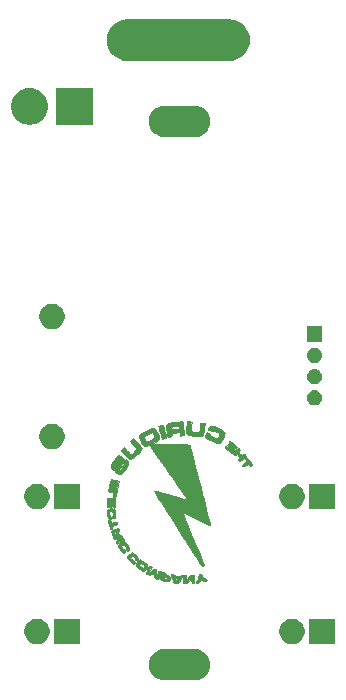
<source format=gbr>
G04 #@! TF.GenerationSoftware,KiCad,Pcbnew,(5.1.0)-1*
G04 #@! TF.CreationDate,2020-11-16T17:40:51+00:00*
G04 #@! TF.ProjectId,Jam Jar Solar PCB,4a616d20-4a61-4722-9053-6f6c61722050,rev?*
G04 #@! TF.SameCoordinates,Original*
G04 #@! TF.FileFunction,Soldermask,Bot*
G04 #@! TF.FilePolarity,Negative*
%FSLAX46Y46*%
G04 Gerber Fmt 4.6, Leading zero omitted, Abs format (unit mm)*
G04 Created by KiCad (PCBNEW (5.1.0)-1) date 2020-11-16 17:40:51*
%MOMM*%
%LPD*%
G04 APERTURE LIST*
%ADD10C,0.010000*%
%ADD11C,0.500000*%
G04 APERTURE END LIST*
D10*
G36*
X181629120Y-63466846D02*
G01*
X181613962Y-63519066D01*
X181596520Y-63634552D01*
X181578636Y-63792003D01*
X181562156Y-63970120D01*
X181548924Y-64147603D01*
X181540785Y-64303150D01*
X181539583Y-64415464D01*
X181543500Y-64455620D01*
X181590409Y-64541237D01*
X181689604Y-64609513D01*
X181850822Y-64664590D01*
X182083799Y-64710608D01*
X182174442Y-64724006D01*
X182419648Y-64754499D01*
X182597962Y-64766701D01*
X182725252Y-64760178D01*
X182817388Y-64734493D01*
X182869366Y-64704950D01*
X182943386Y-64621119D01*
X183000778Y-64479857D01*
X183044656Y-64271326D01*
X183069890Y-64071500D01*
X183087247Y-63918049D01*
X183104624Y-63787532D01*
X183114757Y-63726668D01*
X183115940Y-63668271D01*
X183074786Y-63637072D01*
X182971336Y-63619567D01*
X182953781Y-63617744D01*
X182837057Y-63615329D01*
X182759179Y-63630912D01*
X182746834Y-63640427D01*
X182729695Y-63700268D01*
X182710114Y-63819753D01*
X182692082Y-63974103D01*
X182690644Y-63989153D01*
X182667381Y-64191392D01*
X182634254Y-64321642D01*
X182578106Y-64392514D01*
X182485779Y-64416620D01*
X182344113Y-64406574D01*
X182266977Y-64395242D01*
X182080174Y-64357095D01*
X181968293Y-64309372D01*
X181921656Y-64245900D01*
X181925429Y-64177334D01*
X181937752Y-64105151D01*
X181953756Y-63976121D01*
X181970039Y-63817764D01*
X181970490Y-63812918D01*
X181998387Y-63512003D01*
X181819709Y-63483431D01*
X181707718Y-63468455D01*
X181638292Y-63464721D01*
X181629120Y-63466846D01*
X181629120Y-63466846D01*
G37*
X181629120Y-63466846D02*
X181613962Y-63519066D01*
X181596520Y-63634552D01*
X181578636Y-63792003D01*
X181562156Y-63970120D01*
X181548924Y-64147603D01*
X181540785Y-64303150D01*
X181539583Y-64415464D01*
X181543500Y-64455620D01*
X181590409Y-64541237D01*
X181689604Y-64609513D01*
X181850822Y-64664590D01*
X182083799Y-64710608D01*
X182174442Y-64724006D01*
X182419648Y-64754499D01*
X182597962Y-64766701D01*
X182725252Y-64760178D01*
X182817388Y-64734493D01*
X182869366Y-64704950D01*
X182943386Y-64621119D01*
X183000778Y-64479857D01*
X183044656Y-64271326D01*
X183069890Y-64071500D01*
X183087247Y-63918049D01*
X183104624Y-63787532D01*
X183114757Y-63726668D01*
X183115940Y-63668271D01*
X183074786Y-63637072D01*
X182971336Y-63619567D01*
X182953781Y-63617744D01*
X182837057Y-63615329D01*
X182759179Y-63630912D01*
X182746834Y-63640427D01*
X182729695Y-63700268D01*
X182710114Y-63819753D01*
X182692082Y-63974103D01*
X182690644Y-63989153D01*
X182667381Y-64191392D01*
X182634254Y-64321642D01*
X182578106Y-64392514D01*
X182485779Y-64416620D01*
X182344113Y-64406574D01*
X182266977Y-64395242D01*
X182080174Y-64357095D01*
X181968293Y-64309372D01*
X181921656Y-64245900D01*
X181925429Y-64177334D01*
X181937752Y-64105151D01*
X181953756Y-63976121D01*
X181970039Y-63817764D01*
X181970490Y-63812918D01*
X181998387Y-63512003D01*
X181819709Y-63483431D01*
X181707718Y-63468455D01*
X181638292Y-63464721D01*
X181629120Y-63466846D01*
G36*
X181176043Y-63479416D02*
G01*
X181063220Y-63489591D01*
X180896851Y-63507350D01*
X180692156Y-63531126D01*
X180603220Y-63541937D01*
X180326912Y-63578269D01*
X180124264Y-63613634D01*
X179984596Y-63654513D01*
X179897230Y-63707385D01*
X179851485Y-63778730D01*
X179836683Y-63875028D01*
X179842145Y-64002759D01*
X179842222Y-64003693D01*
X179872130Y-64179453D01*
X179925599Y-64278706D01*
X179933792Y-64285447D01*
X179977345Y-64339234D01*
X179961533Y-64366268D01*
X179931580Y-64425319D01*
X179917822Y-64532903D01*
X179922024Y-64654123D01*
X179942362Y-64745371D01*
X179965743Y-64787665D01*
X180008011Y-64803085D01*
X180092576Y-64794412D01*
X180191833Y-64775011D01*
X180283324Y-64741886D01*
X180316215Y-64675372D01*
X180318833Y-64624879D01*
X180327130Y-64553676D01*
X180361899Y-64504279D01*
X180437957Y-64469656D01*
X180570118Y-64442777D01*
X180752750Y-64418991D01*
X180975000Y-64392989D01*
X180975000Y-64692776D01*
X181154916Y-64663052D01*
X181269141Y-64641318D01*
X181342060Y-64622082D01*
X181352572Y-64616898D01*
X181353445Y-64572409D01*
X181345219Y-64463035D01*
X181330107Y-64307802D01*
X181310324Y-64125731D01*
X181300943Y-64045643D01*
X180916744Y-64045643D01*
X180890888Y-64081626D01*
X180808431Y-64098575D01*
X180752943Y-64103994D01*
X180540971Y-64121269D01*
X180398218Y-64127050D01*
X180309875Y-64120200D01*
X180261129Y-64099584D01*
X180237308Y-64064421D01*
X180232444Y-63985385D01*
X180247801Y-63956265D01*
X180300219Y-63935666D01*
X180407132Y-63909965D01*
X180542700Y-63883639D01*
X180681084Y-63861168D01*
X180796443Y-63847028D01*
X180862938Y-63845698D01*
X180869542Y-63848526D01*
X180884782Y-63893277D01*
X180905738Y-63973807D01*
X180916744Y-64045643D01*
X181300943Y-64045643D01*
X181288082Y-63935848D01*
X181265595Y-63757175D01*
X181245077Y-63608735D01*
X181228740Y-63509553D01*
X181220100Y-63478392D01*
X181176043Y-63479416D01*
X181176043Y-63479416D01*
G37*
X181176043Y-63479416D02*
X181063220Y-63489591D01*
X180896851Y-63507350D01*
X180692156Y-63531126D01*
X180603220Y-63541937D01*
X180326912Y-63578269D01*
X180124264Y-63613634D01*
X179984596Y-63654513D01*
X179897230Y-63707385D01*
X179851485Y-63778730D01*
X179836683Y-63875028D01*
X179842145Y-64002759D01*
X179842222Y-64003693D01*
X179872130Y-64179453D01*
X179925599Y-64278706D01*
X179933792Y-64285447D01*
X179977345Y-64339234D01*
X179961533Y-64366268D01*
X179931580Y-64425319D01*
X179917822Y-64532903D01*
X179922024Y-64654123D01*
X179942362Y-64745371D01*
X179965743Y-64787665D01*
X180008011Y-64803085D01*
X180092576Y-64794412D01*
X180191833Y-64775011D01*
X180283324Y-64741886D01*
X180316215Y-64675372D01*
X180318833Y-64624879D01*
X180327130Y-64553676D01*
X180361899Y-64504279D01*
X180437957Y-64469656D01*
X180570118Y-64442777D01*
X180752750Y-64418991D01*
X180975000Y-64392989D01*
X180975000Y-64692776D01*
X181154916Y-64663052D01*
X181269141Y-64641318D01*
X181342060Y-64622082D01*
X181352572Y-64616898D01*
X181353445Y-64572409D01*
X181345219Y-64463035D01*
X181330107Y-64307802D01*
X181310324Y-64125731D01*
X181300943Y-64045643D01*
X180916744Y-64045643D01*
X180890888Y-64081626D01*
X180808431Y-64098575D01*
X180752943Y-64103994D01*
X180540971Y-64121269D01*
X180398218Y-64127050D01*
X180309875Y-64120200D01*
X180261129Y-64099584D01*
X180237308Y-64064421D01*
X180232444Y-63985385D01*
X180247801Y-63956265D01*
X180300219Y-63935666D01*
X180407132Y-63909965D01*
X180542700Y-63883639D01*
X180681084Y-63861168D01*
X180796443Y-63847028D01*
X180862938Y-63845698D01*
X180869542Y-63848526D01*
X180884782Y-63893277D01*
X180905738Y-63973807D01*
X180916744Y-64045643D01*
X181300943Y-64045643D01*
X181288082Y-63935848D01*
X181265595Y-63757175D01*
X181245077Y-63608735D01*
X181228740Y-63509553D01*
X181220100Y-63478392D01*
X181176043Y-63479416D01*
G36*
X179417700Y-63782086D02*
G01*
X179313018Y-63814303D01*
X179228208Y-63847997D01*
X179195662Y-63872049D01*
X179205112Y-63943013D01*
X179233312Y-64068876D01*
X179275047Y-64231553D01*
X179325096Y-64412960D01*
X179378244Y-64595014D01*
X179429271Y-64759630D01*
X179472961Y-64888724D01*
X179504094Y-64964212D01*
X179514277Y-64976317D01*
X179580061Y-64962157D01*
X179688947Y-64933898D01*
X179716031Y-64926408D01*
X179824270Y-64883662D01*
X179858213Y-64833238D01*
X179855448Y-64815341D01*
X179836901Y-64749866D01*
X179801264Y-64621565D01*
X179753753Y-64449289D01*
X179702351Y-64262000D01*
X179649580Y-64071818D01*
X179604507Y-63914096D01*
X179571922Y-63805272D01*
X179556625Y-63761801D01*
X179509740Y-63761275D01*
X179417700Y-63782086D01*
X179417700Y-63782086D01*
G37*
X179417700Y-63782086D02*
X179313018Y-63814303D01*
X179228208Y-63847997D01*
X179195662Y-63872049D01*
X179205112Y-63943013D01*
X179233312Y-64068876D01*
X179275047Y-64231553D01*
X179325096Y-64412960D01*
X179378244Y-64595014D01*
X179429271Y-64759630D01*
X179472961Y-64888724D01*
X179504094Y-64964212D01*
X179514277Y-64976317D01*
X179580061Y-64962157D01*
X179688947Y-64933898D01*
X179716031Y-64926408D01*
X179824270Y-64883662D01*
X179858213Y-64833238D01*
X179855448Y-64815341D01*
X179836901Y-64749866D01*
X179801264Y-64621565D01*
X179753753Y-64449289D01*
X179702351Y-64262000D01*
X179649580Y-64071818D01*
X179604507Y-63914096D01*
X179571922Y-63805272D01*
X179556625Y-63761801D01*
X179509740Y-63761275D01*
X179417700Y-63782086D01*
G36*
X183545649Y-63917289D02*
G01*
X183479467Y-63987803D01*
X183417679Y-64079029D01*
X183388737Y-64146757D01*
X183388430Y-64151293D01*
X183425713Y-64203405D01*
X183515698Y-64253550D01*
X183626944Y-64290382D01*
X183728007Y-64302560D01*
X183775139Y-64290801D01*
X183848662Y-64284087D01*
X183967964Y-64309353D01*
X184105480Y-64356277D01*
X184233647Y-64414537D01*
X184324901Y-64473813D01*
X184350776Y-64506348D01*
X184349155Y-64576289D01*
X184320788Y-64690203D01*
X184299807Y-64750430D01*
X184243391Y-64867239D01*
X184175228Y-64927301D01*
X184079724Y-64932914D01*
X183941290Y-64886378D01*
X183808341Y-64822917D01*
X183665020Y-64739529D01*
X183597335Y-64671316D01*
X183590519Y-64634246D01*
X183563834Y-64569534D01*
X183483782Y-64501555D01*
X183378689Y-64449280D01*
X183287552Y-64431334D01*
X183234551Y-64467659D01*
X183184332Y-64557099D01*
X183177017Y-64577427D01*
X183152010Y-64691002D01*
X183165114Y-64787483D01*
X183224816Y-64875341D01*
X183339599Y-64963047D01*
X183517948Y-65059071D01*
X183768347Y-65171885D01*
X183775523Y-65174959D01*
X183956831Y-65244349D01*
X184127247Y-65295363D01*
X184257370Y-65319482D01*
X184277298Y-65320334D01*
X184396216Y-65307720D01*
X184473696Y-65254501D01*
X184524205Y-65182750D01*
X184603126Y-65036040D01*
X184678884Y-64864216D01*
X184740879Y-64695000D01*
X184778512Y-64556114D01*
X184785000Y-64500646D01*
X184755169Y-64402630D01*
X184688853Y-64313434D01*
X184582016Y-64236847D01*
X184419790Y-64147352D01*
X184227864Y-64056433D01*
X184031926Y-63975571D01*
X183857666Y-63916248D01*
X183744050Y-63891135D01*
X183623402Y-63886506D01*
X183545649Y-63917289D01*
X183545649Y-63917289D01*
G37*
X183545649Y-63917289D02*
X183479467Y-63987803D01*
X183417679Y-64079029D01*
X183388737Y-64146757D01*
X183388430Y-64151293D01*
X183425713Y-64203405D01*
X183515698Y-64253550D01*
X183626944Y-64290382D01*
X183728007Y-64302560D01*
X183775139Y-64290801D01*
X183848662Y-64284087D01*
X183967964Y-64309353D01*
X184105480Y-64356277D01*
X184233647Y-64414537D01*
X184324901Y-64473813D01*
X184350776Y-64506348D01*
X184349155Y-64576289D01*
X184320788Y-64690203D01*
X184299807Y-64750430D01*
X184243391Y-64867239D01*
X184175228Y-64927301D01*
X184079724Y-64932914D01*
X183941290Y-64886378D01*
X183808341Y-64822917D01*
X183665020Y-64739529D01*
X183597335Y-64671316D01*
X183590519Y-64634246D01*
X183563834Y-64569534D01*
X183483782Y-64501555D01*
X183378689Y-64449280D01*
X183287552Y-64431334D01*
X183234551Y-64467659D01*
X183184332Y-64557099D01*
X183177017Y-64577427D01*
X183152010Y-64691002D01*
X183165114Y-64787483D01*
X183224816Y-64875341D01*
X183339599Y-64963047D01*
X183517948Y-65059071D01*
X183768347Y-65171885D01*
X183775523Y-65174959D01*
X183956831Y-65244349D01*
X184127247Y-65295363D01*
X184257370Y-65319482D01*
X184277298Y-65320334D01*
X184396216Y-65307720D01*
X184473696Y-65254501D01*
X184524205Y-65182750D01*
X184603126Y-65036040D01*
X184678884Y-64864216D01*
X184740879Y-64695000D01*
X184778512Y-64556114D01*
X184785000Y-64500646D01*
X184755169Y-64402630D01*
X184688853Y-64313434D01*
X184582016Y-64236847D01*
X184419790Y-64147352D01*
X184227864Y-64056433D01*
X184031926Y-63975571D01*
X183857666Y-63916248D01*
X183744050Y-63891135D01*
X183623402Y-63886506D01*
X183545649Y-63917289D01*
G36*
X185193535Y-65190605D02*
G01*
X185164441Y-65238579D01*
X185140359Y-65314540D01*
X185180389Y-65372070D01*
X185206997Y-65391896D01*
X185291727Y-65456419D01*
X185375766Y-65528155D01*
X185442942Y-65591790D01*
X185477082Y-65632010D01*
X185462333Y-65633665D01*
X185388278Y-65588122D01*
X185285416Y-65516153D01*
X185261682Y-65498555D01*
X185150860Y-65437057D01*
X185057659Y-65422344D01*
X185003058Y-65455449D01*
X184996666Y-65485504D01*
X185027048Y-65532394D01*
X185105684Y-65611653D01*
X185188242Y-65683313D01*
X185287011Y-65770205D01*
X185348008Y-65835644D01*
X185358650Y-65861461D01*
X185317586Y-65848308D01*
X185232591Y-65792629D01*
X185144499Y-65724492D01*
X185006100Y-65628788D01*
X184902234Y-65593284D01*
X184840822Y-65619211D01*
X184827333Y-65675193D01*
X184858381Y-65725001D01*
X184938774Y-65808388D01*
X185049384Y-65909133D01*
X185171081Y-66011017D01*
X185284739Y-66097819D01*
X185371228Y-66153320D01*
X185404836Y-66164900D01*
X185445999Y-66132452D01*
X185522311Y-66048373D01*
X185618883Y-65929330D01*
X185641206Y-65900316D01*
X185841245Y-65637834D01*
X185704706Y-65522641D01*
X185584112Y-65425229D01*
X185442145Y-65316344D01*
X185390343Y-65278097D01*
X185285734Y-65204133D01*
X185227473Y-65176253D01*
X185193535Y-65190605D01*
X185193535Y-65190605D01*
G37*
X185193535Y-65190605D02*
X185164441Y-65238579D01*
X185140359Y-65314540D01*
X185180389Y-65372070D01*
X185206997Y-65391896D01*
X185291727Y-65456419D01*
X185375766Y-65528155D01*
X185442942Y-65591790D01*
X185477082Y-65632010D01*
X185462333Y-65633665D01*
X185388278Y-65588122D01*
X185285416Y-65516153D01*
X185261682Y-65498555D01*
X185150860Y-65437057D01*
X185057659Y-65422344D01*
X185003058Y-65455449D01*
X184996666Y-65485504D01*
X185027048Y-65532394D01*
X185105684Y-65611653D01*
X185188242Y-65683313D01*
X185287011Y-65770205D01*
X185348008Y-65835644D01*
X185358650Y-65861461D01*
X185317586Y-65848308D01*
X185232591Y-65792629D01*
X185144499Y-65724492D01*
X185006100Y-65628788D01*
X184902234Y-65593284D01*
X184840822Y-65619211D01*
X184827333Y-65675193D01*
X184858381Y-65725001D01*
X184938774Y-65808388D01*
X185049384Y-65909133D01*
X185171081Y-66011017D01*
X185284739Y-66097819D01*
X185371228Y-66153320D01*
X185404836Y-66164900D01*
X185445999Y-66132452D01*
X185522311Y-66048373D01*
X185618883Y-65929330D01*
X185641206Y-65900316D01*
X185841245Y-65637834D01*
X185704706Y-65522641D01*
X185584112Y-65425229D01*
X185442145Y-65316344D01*
X185390343Y-65278097D01*
X185285734Y-65204133D01*
X185227473Y-65176253D01*
X185193535Y-65190605D01*
G36*
X176945983Y-65054145D02*
G01*
X176813522Y-65186606D01*
X177073928Y-65475132D01*
X177188673Y-65607374D01*
X177277610Y-65719587D01*
X177327801Y-65794977D01*
X177334333Y-65813240D01*
X177303829Y-65867169D01*
X177225960Y-65953333D01*
X177121189Y-66053291D01*
X177009978Y-66148606D01*
X176912792Y-66220837D01*
X176850092Y-66251547D01*
X176847775Y-66251667D01*
X176796351Y-66222457D01*
X176704720Y-66144353D01*
X176589036Y-66031640D01*
X176534717Y-65974805D01*
X176275726Y-65697943D01*
X176127697Y-65816055D01*
X176038496Y-65892157D01*
X175985770Y-65946663D01*
X175979668Y-65958408D01*
X176008194Y-65995751D01*
X176085782Y-66079235D01*
X176200441Y-66196337D01*
X176334327Y-66328824D01*
X176511623Y-66496219D01*
X176647354Y-66605105D01*
X176756401Y-66660077D01*
X176853644Y-66665730D01*
X176953966Y-66626661D01*
X177063398Y-66553979D01*
X177216150Y-66430048D01*
X177372039Y-66283445D01*
X177517595Y-66129366D01*
X177639346Y-65983011D01*
X177723821Y-65859576D01*
X177757551Y-65774260D01*
X177757666Y-65770695D01*
X177728591Y-65681561D01*
X177649219Y-65550468D01*
X177531330Y-65393031D01*
X177386706Y-65224865D01*
X177227126Y-65061587D01*
X177211646Y-65046925D01*
X177078445Y-64921684D01*
X176945983Y-65054145D01*
X176945983Y-65054145D01*
G37*
X176945983Y-65054145D02*
X176813522Y-65186606D01*
X177073928Y-65475132D01*
X177188673Y-65607374D01*
X177277610Y-65719587D01*
X177327801Y-65794977D01*
X177334333Y-65813240D01*
X177303829Y-65867169D01*
X177225960Y-65953333D01*
X177121189Y-66053291D01*
X177009978Y-66148606D01*
X176912792Y-66220837D01*
X176850092Y-66251547D01*
X176847775Y-66251667D01*
X176796351Y-66222457D01*
X176704720Y-66144353D01*
X176589036Y-66031640D01*
X176534717Y-65974805D01*
X176275726Y-65697943D01*
X176127697Y-65816055D01*
X176038496Y-65892157D01*
X175985770Y-65946663D01*
X175979668Y-65958408D01*
X176008194Y-65995751D01*
X176085782Y-66079235D01*
X176200441Y-66196337D01*
X176334327Y-66328824D01*
X176511623Y-66496219D01*
X176647354Y-66605105D01*
X176756401Y-66660077D01*
X176853644Y-66665730D01*
X176953966Y-66626661D01*
X177063398Y-66553979D01*
X177216150Y-66430048D01*
X177372039Y-66283445D01*
X177517595Y-66129366D01*
X177639346Y-65983011D01*
X177723821Y-65859576D01*
X177757551Y-65774260D01*
X177757666Y-65770695D01*
X177728591Y-65681561D01*
X177649219Y-65550468D01*
X177531330Y-65393031D01*
X177386706Y-65224865D01*
X177227126Y-65061587D01*
X177211646Y-65046925D01*
X177078445Y-64921684D01*
X176945983Y-65054145D01*
G36*
X185891947Y-65804098D02*
G01*
X185805845Y-65873162D01*
X185698838Y-65967986D01*
X185574679Y-66082107D01*
X185505157Y-66158296D01*
X185479970Y-66212948D01*
X185488817Y-66262456D01*
X185499752Y-66284818D01*
X185567585Y-66365390D01*
X185647454Y-66364145D01*
X185715771Y-66315675D01*
X185764108Y-66284110D01*
X185813678Y-66295337D01*
X185887031Y-66358271D01*
X185927591Y-66399412D01*
X186011143Y-66489284D01*
X186042068Y-66544425D01*
X186027272Y-66590307D01*
X185990989Y-66633231D01*
X185938287Y-66700141D01*
X185944723Y-66747523D01*
X185994170Y-66800638D01*
X186037700Y-66838253D01*
X186078406Y-66846822D01*
X186133272Y-66818630D01*
X186219281Y-66745962D01*
X186319583Y-66652814D01*
X186434104Y-66541900D01*
X186519669Y-66452209D01*
X186561240Y-66399705D01*
X186563000Y-66394421D01*
X186537528Y-66343061D01*
X186492344Y-66286093D01*
X186437844Y-66234919D01*
X186392585Y-66240312D01*
X186331101Y-66293122D01*
X186240514Y-66378225D01*
X186098020Y-66231209D01*
X186014356Y-66141232D01*
X185983307Y-66086031D01*
X185997957Y-66040179D01*
X186034344Y-65997103D01*
X186087026Y-65930078D01*
X186080425Y-65882001D01*
X186030655Y-65827508D01*
X185987098Y-65788575D01*
X185946613Y-65778337D01*
X185891947Y-65804098D01*
X185891947Y-65804098D01*
G37*
X185891947Y-65804098D02*
X185805845Y-65873162D01*
X185698838Y-65967986D01*
X185574679Y-66082107D01*
X185505157Y-66158296D01*
X185479970Y-66212948D01*
X185488817Y-66262456D01*
X185499752Y-66284818D01*
X185567585Y-66365390D01*
X185647454Y-66364145D01*
X185715771Y-66315675D01*
X185764108Y-66284110D01*
X185813678Y-66295337D01*
X185887031Y-66358271D01*
X185927591Y-66399412D01*
X186011143Y-66489284D01*
X186042068Y-66544425D01*
X186027272Y-66590307D01*
X185990989Y-66633231D01*
X185938287Y-66700141D01*
X185944723Y-66747523D01*
X185994170Y-66800638D01*
X186037700Y-66838253D01*
X186078406Y-66846822D01*
X186133272Y-66818630D01*
X186219281Y-66745962D01*
X186319583Y-66652814D01*
X186434104Y-66541900D01*
X186519669Y-66452209D01*
X186561240Y-66399705D01*
X186563000Y-66394421D01*
X186537528Y-66343061D01*
X186492344Y-66286093D01*
X186437844Y-66234919D01*
X186392585Y-66240312D01*
X186331101Y-66293122D01*
X186240514Y-66378225D01*
X186098020Y-66231209D01*
X186014356Y-66141232D01*
X185983307Y-66086031D01*
X185997957Y-66040179D01*
X186034344Y-65997103D01*
X186087026Y-65930078D01*
X186080425Y-65882001D01*
X186030655Y-65827508D01*
X185987098Y-65788575D01*
X185946613Y-65778337D01*
X185891947Y-65804098D01*
G36*
X186555430Y-66534633D02*
G01*
X186520007Y-66569961D01*
X186490180Y-66632494D01*
X186525403Y-66698859D01*
X186535991Y-66710878D01*
X186591702Y-66788665D01*
X186590744Y-66853904D01*
X186526376Y-66925575D01*
X186436000Y-66992500D01*
X186318005Y-67086428D01*
X186272006Y-67161031D01*
X186291977Y-67229866D01*
X186317466Y-67259200D01*
X186376259Y-67300184D01*
X186443202Y-67296599D01*
X186538861Y-67243360D01*
X186620100Y-67184326D01*
X186783034Y-67061007D01*
X186882020Y-67174920D01*
X186951610Y-67247329D01*
X186997808Y-67260422D01*
X187049300Y-67221639D01*
X187051984Y-67219007D01*
X187081566Y-67181742D01*
X187085638Y-67138593D01*
X187057599Y-67074074D01*
X186990844Y-66972701D01*
X186885012Y-66827424D01*
X186778305Y-66688080D01*
X186687921Y-66579141D01*
X186626750Y-66515699D01*
X186610214Y-66505667D01*
X186555430Y-66534633D01*
X186555430Y-66534633D01*
G37*
X186555430Y-66534633D02*
X186520007Y-66569961D01*
X186490180Y-66632494D01*
X186525403Y-66698859D01*
X186535991Y-66710878D01*
X186591702Y-66788665D01*
X186590744Y-66853904D01*
X186526376Y-66925575D01*
X186436000Y-66992500D01*
X186318005Y-67086428D01*
X186272006Y-67161031D01*
X186291977Y-67229866D01*
X186317466Y-67259200D01*
X186376259Y-67300184D01*
X186443202Y-67296599D01*
X186538861Y-67243360D01*
X186620100Y-67184326D01*
X186783034Y-67061007D01*
X186882020Y-67174920D01*
X186951610Y-67247329D01*
X186997808Y-67260422D01*
X187049300Y-67221639D01*
X187051984Y-67219007D01*
X187081566Y-67181742D01*
X187085638Y-67138593D01*
X187057599Y-67074074D01*
X186990844Y-66972701D01*
X186885012Y-66827424D01*
X186778305Y-66688080D01*
X186687921Y-66579141D01*
X186626750Y-66515699D01*
X186610214Y-66505667D01*
X186555430Y-66534633D01*
G36*
X175701557Y-66437267D02*
G01*
X175591382Y-66543261D01*
X175471378Y-66698159D01*
X175354408Y-66874313D01*
X175251889Y-67051496D01*
X175175236Y-67209484D01*
X175135866Y-67328049D01*
X175133000Y-67355393D01*
X175162010Y-67462632D01*
X175232031Y-67556458D01*
X175317547Y-67604899D01*
X175333259Y-67606334D01*
X175390270Y-67572438D01*
X175452216Y-67491533D01*
X175501539Y-67394792D01*
X175520677Y-67313391D01*
X175512873Y-67287476D01*
X175516697Y-67234204D01*
X175557930Y-67136862D01*
X175622913Y-67018911D01*
X175697986Y-66903814D01*
X175769491Y-66815029D01*
X175806452Y-66783232D01*
X175856973Y-66770473D01*
X175857733Y-66824775D01*
X175809107Y-66944972D01*
X175711472Y-67129900D01*
X175672821Y-67197584D01*
X175561344Y-67403015D01*
X175501029Y-67556157D01*
X175492025Y-67672294D01*
X175534480Y-67766711D01*
X175628543Y-67854690D01*
X175679569Y-67890774D01*
X175834009Y-67970001D01*
X175962851Y-67974679D01*
X176081943Y-67904084D01*
X176115525Y-67870917D01*
X176219785Y-67744630D01*
X176334900Y-67581284D01*
X176447897Y-67402344D01*
X176545806Y-67229273D01*
X176615653Y-67083535D01*
X176643169Y-66997829D01*
X176646936Y-66890379D01*
X176602432Y-66812552D01*
X176545784Y-66762996D01*
X176425628Y-66668481D01*
X176328694Y-66788157D01*
X176256826Y-66919321D01*
X176255700Y-67007124D01*
X176249763Y-67092681D01*
X176207974Y-67205521D01*
X176142167Y-67328148D01*
X176064178Y-67443064D01*
X175985841Y-67532773D01*
X175918993Y-67579780D01*
X175876306Y-67568002D01*
X175885011Y-67515599D01*
X175929395Y-67408080D01*
X176001616Y-67262956D01*
X176063037Y-67151000D01*
X176152967Y-66986479D01*
X176224116Y-66844228D01*
X176267291Y-66743328D01*
X176276000Y-66708940D01*
X176246107Y-66642334D01*
X176170524Y-66551847D01*
X176126360Y-66510052D01*
X175972116Y-66404627D01*
X175834081Y-66380144D01*
X175701557Y-66437267D01*
X175701557Y-66437267D01*
G37*
X175701557Y-66437267D02*
X175591382Y-66543261D01*
X175471378Y-66698159D01*
X175354408Y-66874313D01*
X175251889Y-67051496D01*
X175175236Y-67209484D01*
X175135866Y-67328049D01*
X175133000Y-67355393D01*
X175162010Y-67462632D01*
X175232031Y-67556458D01*
X175317547Y-67604899D01*
X175333259Y-67606334D01*
X175390270Y-67572438D01*
X175452216Y-67491533D01*
X175501539Y-67394792D01*
X175520677Y-67313391D01*
X175512873Y-67287476D01*
X175516697Y-67234204D01*
X175557930Y-67136862D01*
X175622913Y-67018911D01*
X175697986Y-66903814D01*
X175769491Y-66815029D01*
X175806452Y-66783232D01*
X175856973Y-66770473D01*
X175857733Y-66824775D01*
X175809107Y-66944972D01*
X175711472Y-67129900D01*
X175672821Y-67197584D01*
X175561344Y-67403015D01*
X175501029Y-67556157D01*
X175492025Y-67672294D01*
X175534480Y-67766711D01*
X175628543Y-67854690D01*
X175679569Y-67890774D01*
X175834009Y-67970001D01*
X175962851Y-67974679D01*
X176081943Y-67904084D01*
X176115525Y-67870917D01*
X176219785Y-67744630D01*
X176334900Y-67581284D01*
X176447897Y-67402344D01*
X176545806Y-67229273D01*
X176615653Y-67083535D01*
X176643169Y-66997829D01*
X176646936Y-66890379D01*
X176602432Y-66812552D01*
X176545784Y-66762996D01*
X176425628Y-66668481D01*
X176328694Y-66788157D01*
X176256826Y-66919321D01*
X176255700Y-67007124D01*
X176249763Y-67092681D01*
X176207974Y-67205521D01*
X176142167Y-67328148D01*
X176064178Y-67443064D01*
X175985841Y-67532773D01*
X175918993Y-67579780D01*
X175876306Y-67568002D01*
X175885011Y-67515599D01*
X175929395Y-67408080D01*
X176001616Y-67262956D01*
X176063037Y-67151000D01*
X176152967Y-66986479D01*
X176224116Y-66844228D01*
X176267291Y-66743328D01*
X176276000Y-66708940D01*
X176246107Y-66642334D01*
X176170524Y-66551847D01*
X176126360Y-66510052D01*
X175972116Y-66404627D01*
X175834081Y-66380144D01*
X175701557Y-66437267D01*
G36*
X175173877Y-68397355D02*
G01*
X175143958Y-68457239D01*
X175104802Y-68571177D01*
X175062926Y-68714626D01*
X175024847Y-68863043D01*
X174997082Y-68991886D01*
X174986148Y-69076613D01*
X174988784Y-69094393D01*
X175045174Y-69125360D01*
X175086404Y-69130334D01*
X175138300Y-69106481D01*
X175181314Y-69025255D01*
X175217666Y-68897500D01*
X175253355Y-68771111D01*
X175287512Y-68686552D01*
X175306813Y-68664667D01*
X175314410Y-68700995D01*
X175298720Y-68794542D01*
X175275682Y-68881597D01*
X175239273Y-69041066D01*
X175246001Y-69130125D01*
X175253951Y-69141218D01*
X175323855Y-69170361D01*
X175389604Y-69118048D01*
X175448072Y-68987480D01*
X175466325Y-68923546D01*
X175504450Y-68802334D01*
X175542715Y-68723748D01*
X175562744Y-68707000D01*
X175588654Y-68730149D01*
X175585183Y-68738750D01*
X175564418Y-68793744D01*
X175529311Y-68904198D01*
X175495597Y-69018174D01*
X175424493Y-69265848D01*
X175268163Y-69237534D01*
X175135771Y-69212037D01*
X175023785Y-69188059D01*
X175016583Y-69186354D01*
X174949745Y-69181661D01*
X174924422Y-69226549D01*
X174921333Y-69292225D01*
X174926901Y-69367211D01*
X174955425Y-69415192D01*
X175024637Y-69447445D01*
X175152268Y-69475248D01*
X175230368Y-69488786D01*
X175336460Y-69515909D01*
X175374035Y-69555600D01*
X175371111Y-69587732D01*
X175325044Y-69780562D01*
X175315201Y-69906286D01*
X175341107Y-69974098D01*
X175350725Y-69981640D01*
X175344344Y-70000728D01*
X175262028Y-70013487D01*
X175112358Y-70018645D01*
X175101250Y-70018685D01*
X174794333Y-70019334D01*
X174794333Y-70400334D01*
X174795775Y-70581415D01*
X174802463Y-70693944D01*
X174817940Y-70754015D01*
X174845749Y-70777726D01*
X174878193Y-70781334D01*
X174934166Y-70766319D01*
X174972434Y-70711640D01*
X174998344Y-70602846D01*
X175017246Y-70425486D01*
X175019190Y-70400334D01*
X175026934Y-70322612D01*
X175033056Y-70323162D01*
X175038113Y-70404429D01*
X175040937Y-70495584D01*
X175047507Y-70648193D01*
X175061221Y-70734470D01*
X175087983Y-70772741D01*
X175133000Y-70781334D01*
X175184865Y-70769485D01*
X175210226Y-70719831D01*
X175218060Y-70611212D01*
X175218315Y-70580250D01*
X175227001Y-70446538D01*
X175248183Y-70342419D01*
X175260000Y-70315667D01*
X175283632Y-70306005D01*
X175297163Y-70370358D01*
X175301685Y-70512221D01*
X175311472Y-70679375D01*
X175344109Y-70777149D01*
X175406055Y-70819231D01*
X175448671Y-70823667D01*
X175464495Y-70787215D01*
X175486051Y-70698734D01*
X175487541Y-70691375D01*
X175500525Y-70583875D01*
X175509963Y-70424543D01*
X175513970Y-70246199D01*
X175514000Y-70230369D01*
X175530384Y-69955574D01*
X175576914Y-69625534D01*
X175647860Y-69271445D01*
X175542222Y-69271445D01*
X175536411Y-69296612D01*
X175514000Y-69299667D01*
X175479155Y-69284178D01*
X175485778Y-69271445D01*
X175536017Y-69266378D01*
X175542222Y-69271445D01*
X175647860Y-69271445D01*
X175649651Y-69262510D01*
X175744660Y-68888759D01*
X175761902Y-68828640D01*
X175843703Y-68548113D01*
X175524947Y-68455494D01*
X175370781Y-68415918D01*
X175248440Y-68394204D01*
X175179787Y-68393974D01*
X175173877Y-68397355D01*
X175173877Y-68397355D01*
G37*
X175173877Y-68397355D02*
X175143958Y-68457239D01*
X175104802Y-68571177D01*
X175062926Y-68714626D01*
X175024847Y-68863043D01*
X174997082Y-68991886D01*
X174986148Y-69076613D01*
X174988784Y-69094393D01*
X175045174Y-69125360D01*
X175086404Y-69130334D01*
X175138300Y-69106481D01*
X175181314Y-69025255D01*
X175217666Y-68897500D01*
X175253355Y-68771111D01*
X175287512Y-68686552D01*
X175306813Y-68664667D01*
X175314410Y-68700995D01*
X175298720Y-68794542D01*
X175275682Y-68881597D01*
X175239273Y-69041066D01*
X175246001Y-69130125D01*
X175253951Y-69141218D01*
X175323855Y-69170361D01*
X175389604Y-69118048D01*
X175448072Y-68987480D01*
X175466325Y-68923546D01*
X175504450Y-68802334D01*
X175542715Y-68723748D01*
X175562744Y-68707000D01*
X175588654Y-68730149D01*
X175585183Y-68738750D01*
X175564418Y-68793744D01*
X175529311Y-68904198D01*
X175495597Y-69018174D01*
X175424493Y-69265848D01*
X175268163Y-69237534D01*
X175135771Y-69212037D01*
X175023785Y-69188059D01*
X175016583Y-69186354D01*
X174949745Y-69181661D01*
X174924422Y-69226549D01*
X174921333Y-69292225D01*
X174926901Y-69367211D01*
X174955425Y-69415192D01*
X175024637Y-69447445D01*
X175152268Y-69475248D01*
X175230368Y-69488786D01*
X175336460Y-69515909D01*
X175374035Y-69555600D01*
X175371111Y-69587732D01*
X175325044Y-69780562D01*
X175315201Y-69906286D01*
X175341107Y-69974098D01*
X175350725Y-69981640D01*
X175344344Y-70000728D01*
X175262028Y-70013487D01*
X175112358Y-70018645D01*
X175101250Y-70018685D01*
X174794333Y-70019334D01*
X174794333Y-70400334D01*
X174795775Y-70581415D01*
X174802463Y-70693944D01*
X174817940Y-70754015D01*
X174845749Y-70777726D01*
X174878193Y-70781334D01*
X174934166Y-70766319D01*
X174972434Y-70711640D01*
X174998344Y-70602846D01*
X175017246Y-70425486D01*
X175019190Y-70400334D01*
X175026934Y-70322612D01*
X175033056Y-70323162D01*
X175038113Y-70404429D01*
X175040937Y-70495584D01*
X175047507Y-70648193D01*
X175061221Y-70734470D01*
X175087983Y-70772741D01*
X175133000Y-70781334D01*
X175184865Y-70769485D01*
X175210226Y-70719831D01*
X175218060Y-70611212D01*
X175218315Y-70580250D01*
X175227001Y-70446538D01*
X175248183Y-70342419D01*
X175260000Y-70315667D01*
X175283632Y-70306005D01*
X175297163Y-70370358D01*
X175301685Y-70512221D01*
X175311472Y-70679375D01*
X175344109Y-70777149D01*
X175406055Y-70819231D01*
X175448671Y-70823667D01*
X175464495Y-70787215D01*
X175486051Y-70698734D01*
X175487541Y-70691375D01*
X175500525Y-70583875D01*
X175509963Y-70424543D01*
X175513970Y-70246199D01*
X175514000Y-70230369D01*
X175530384Y-69955574D01*
X175576914Y-69625534D01*
X175647860Y-69271445D01*
X175542222Y-69271445D01*
X175536411Y-69296612D01*
X175514000Y-69299667D01*
X175479155Y-69284178D01*
X175485778Y-69271445D01*
X175536017Y-69266378D01*
X175542222Y-69271445D01*
X175647860Y-69271445D01*
X175649651Y-69262510D01*
X175744660Y-68888759D01*
X175761902Y-68828640D01*
X175843703Y-68548113D01*
X175524947Y-68455494D01*
X175370781Y-68415918D01*
X175248440Y-68394204D01*
X175179787Y-68393974D01*
X175173877Y-68397355D01*
G36*
X175141725Y-70864189D02*
G01*
X175000904Y-70888009D01*
X174885272Y-70922758D01*
X174827913Y-70959839D01*
X174809889Y-71037383D01*
X174809290Y-71169073D01*
X174823046Y-71326909D01*
X174848088Y-71482887D01*
X174881346Y-71609005D01*
X174904635Y-71659750D01*
X174969451Y-71720905D01*
X175050627Y-71754266D01*
X175116973Y-71751341D01*
X175137875Y-71723250D01*
X175136666Y-71629657D01*
X175114975Y-71539474D01*
X175090189Y-71500903D01*
X175060879Y-71448930D01*
X175031703Y-71347464D01*
X175026471Y-71321680D01*
X175012981Y-71215714D01*
X175035056Y-71159766D01*
X175106817Y-71121946D01*
X175116577Y-71118197D01*
X175210433Y-71094214D01*
X175268677Y-71120457D01*
X175290491Y-71146760D01*
X175339869Y-71278593D01*
X175327067Y-71426588D01*
X175295652Y-71495967D01*
X175266505Y-71596545D01*
X175297642Y-71678089D01*
X175378121Y-71712647D01*
X175380488Y-71712667D01*
X175475795Y-71688995D01*
X175530768Y-71611860D01*
X175549042Y-71472086D01*
X175539815Y-71310322D01*
X175517026Y-71120393D01*
X175491256Y-70997494D01*
X175455930Y-70924063D01*
X175404468Y-70882540D01*
X175374811Y-70869776D01*
X175276704Y-70856408D01*
X175141725Y-70864189D01*
X175141725Y-70864189D01*
G37*
X175141725Y-70864189D02*
X175000904Y-70888009D01*
X174885272Y-70922758D01*
X174827913Y-70959839D01*
X174809889Y-71037383D01*
X174809290Y-71169073D01*
X174823046Y-71326909D01*
X174848088Y-71482887D01*
X174881346Y-71609005D01*
X174904635Y-71659750D01*
X174969451Y-71720905D01*
X175050627Y-71754266D01*
X175116973Y-71751341D01*
X175137875Y-71723250D01*
X175136666Y-71629657D01*
X175114975Y-71539474D01*
X175090189Y-71500903D01*
X175060879Y-71448930D01*
X175031703Y-71347464D01*
X175026471Y-71321680D01*
X175012981Y-71215714D01*
X175035056Y-71159766D01*
X175106817Y-71121946D01*
X175116577Y-71118197D01*
X175210433Y-71094214D01*
X175268677Y-71120457D01*
X175290491Y-71146760D01*
X175339869Y-71278593D01*
X175327067Y-71426588D01*
X175295652Y-71495967D01*
X175266505Y-71596545D01*
X175297642Y-71678089D01*
X175378121Y-71712647D01*
X175380488Y-71712667D01*
X175475795Y-71688995D01*
X175530768Y-71611860D01*
X175549042Y-71472086D01*
X175539815Y-71310322D01*
X175517026Y-71120393D01*
X175491256Y-70997494D01*
X175455930Y-70924063D01*
X175404468Y-70882540D01*
X175374811Y-70869776D01*
X175276704Y-70856408D01*
X175141725Y-70864189D01*
G36*
X175024639Y-71833108D02*
G01*
X174948915Y-71852418D01*
X174926001Y-71863719D01*
X174928685Y-71908905D01*
X174949537Y-72016925D01*
X174984663Y-72168871D01*
X175008021Y-72261861D01*
X175056279Y-72441736D01*
X175093727Y-72554471D01*
X175128426Y-72615463D01*
X175168440Y-72640106D01*
X175208158Y-72644000D01*
X175272642Y-72636562D01*
X175295039Y-72598335D01*
X175286289Y-72505453D01*
X175282409Y-72482023D01*
X175255043Y-72320045D01*
X175489515Y-72263796D01*
X175621429Y-72229269D01*
X175688059Y-72198100D01*
X175706983Y-72156266D01*
X175697705Y-72097690D01*
X175674624Y-72011688D01*
X175660759Y-71974743D01*
X175617632Y-71977406D01*
X175517188Y-71997870D01*
X175417339Y-72022433D01*
X175184583Y-72083214D01*
X175145681Y-71950857D01*
X175102357Y-71856399D01*
X175040721Y-71831172D01*
X175024639Y-71833108D01*
X175024639Y-71833108D01*
G37*
X175024639Y-71833108D02*
X174948915Y-71852418D01*
X174926001Y-71863719D01*
X174928685Y-71908905D01*
X174949537Y-72016925D01*
X174984663Y-72168871D01*
X175008021Y-72261861D01*
X175056279Y-72441736D01*
X175093727Y-72554471D01*
X175128426Y-72615463D01*
X175168440Y-72640106D01*
X175208158Y-72644000D01*
X175272642Y-72636562D01*
X175295039Y-72598335D01*
X175286289Y-72505453D01*
X175282409Y-72482023D01*
X175255043Y-72320045D01*
X175489515Y-72263796D01*
X175621429Y-72229269D01*
X175688059Y-72198100D01*
X175706983Y-72156266D01*
X175697705Y-72097690D01*
X175674624Y-72011688D01*
X175660759Y-71974743D01*
X175617632Y-71977406D01*
X175517188Y-71997870D01*
X175417339Y-72022433D01*
X175184583Y-72083214D01*
X175145681Y-71950857D01*
X175102357Y-71856399D01*
X175040721Y-71831172D01*
X175024639Y-71833108D01*
G36*
X175692521Y-72538604D02*
G01*
X175573933Y-72576436D01*
X175493984Y-72604443D01*
X175350477Y-72660471D01*
X175241942Y-72712907D01*
X175190383Y-72751020D01*
X175189429Y-72752995D01*
X175195021Y-72813949D01*
X175226129Y-72927952D01*
X175273964Y-73070650D01*
X175329737Y-73217686D01*
X175384657Y-73344706D01*
X175429935Y-73427354D01*
X175435347Y-73434413D01*
X175524966Y-73483777D01*
X175642247Y-73479851D01*
X175750735Y-73424640D01*
X175759483Y-73416584D01*
X175827813Y-73374615D01*
X175921526Y-73341834D01*
X176009542Y-73325781D01*
X176060778Y-73333997D01*
X176064333Y-73342631D01*
X176029983Y-73368985D01*
X175939831Y-73422800D01*
X175813226Y-73492540D01*
X175810333Y-73494082D01*
X175683240Y-73565435D01*
X175592637Y-73623206D01*
X175557830Y-73655066D01*
X175557833Y-73655315D01*
X175577477Y-73708326D01*
X175611367Y-73774786D01*
X175663400Y-73868406D01*
X175968452Y-73699955D01*
X176117607Y-73615826D01*
X176204623Y-73558198D01*
X176242057Y-73513715D01*
X176242468Y-73469018D01*
X176225623Y-73426419D01*
X176180239Y-73349144D01*
X176146346Y-73321334D01*
X176112061Y-73285893D01*
X176072779Y-73200339D01*
X176071759Y-73197438D01*
X176062166Y-73179484D01*
X175641000Y-73179484D01*
X175625284Y-73234753D01*
X175585816Y-73221455D01*
X175534114Y-73147993D01*
X175501766Y-73077917D01*
X175459949Y-72944462D01*
X175468237Y-72872864D01*
X175512357Y-72855667D01*
X175547746Y-72891581D01*
X175589447Y-72977983D01*
X175624742Y-73082857D01*
X175640913Y-73174191D01*
X175641000Y-73179484D01*
X176062166Y-73179484D01*
X176024727Y-73109418D01*
X175961370Y-73091726D01*
X175948200Y-73094559D01*
X175888204Y-73089688D01*
X175837800Y-73028091D01*
X175800773Y-72944864D01*
X175761703Y-72837603D01*
X175757283Y-72783394D01*
X175789240Y-72757283D01*
X175814358Y-72748556D01*
X175882571Y-72712091D01*
X175883029Y-72654690D01*
X175837663Y-72581769D01*
X175803668Y-72542637D01*
X175762194Y-72527794D01*
X175692521Y-72538604D01*
X175692521Y-72538604D01*
G37*
X175692521Y-72538604D02*
X175573933Y-72576436D01*
X175493984Y-72604443D01*
X175350477Y-72660471D01*
X175241942Y-72712907D01*
X175190383Y-72751020D01*
X175189429Y-72752995D01*
X175195021Y-72813949D01*
X175226129Y-72927952D01*
X175273964Y-73070650D01*
X175329737Y-73217686D01*
X175384657Y-73344706D01*
X175429935Y-73427354D01*
X175435347Y-73434413D01*
X175524966Y-73483777D01*
X175642247Y-73479851D01*
X175750735Y-73424640D01*
X175759483Y-73416584D01*
X175827813Y-73374615D01*
X175921526Y-73341834D01*
X176009542Y-73325781D01*
X176060778Y-73333997D01*
X176064333Y-73342631D01*
X176029983Y-73368985D01*
X175939831Y-73422800D01*
X175813226Y-73492540D01*
X175810333Y-73494082D01*
X175683240Y-73565435D01*
X175592637Y-73623206D01*
X175557830Y-73655066D01*
X175557833Y-73655315D01*
X175577477Y-73708326D01*
X175611367Y-73774786D01*
X175663400Y-73868406D01*
X175968452Y-73699955D01*
X176117607Y-73615826D01*
X176204623Y-73558198D01*
X176242057Y-73513715D01*
X176242468Y-73469018D01*
X176225623Y-73426419D01*
X176180239Y-73349144D01*
X176146346Y-73321334D01*
X176112061Y-73285893D01*
X176072779Y-73200339D01*
X176071759Y-73197438D01*
X176062166Y-73179484D01*
X175641000Y-73179484D01*
X175625284Y-73234753D01*
X175585816Y-73221455D01*
X175534114Y-73147993D01*
X175501766Y-73077917D01*
X175459949Y-72944462D01*
X175468237Y-72872864D01*
X175512357Y-72855667D01*
X175547746Y-72891581D01*
X175589447Y-72977983D01*
X175624742Y-73082857D01*
X175640913Y-73174191D01*
X175641000Y-73179484D01*
X176062166Y-73179484D01*
X176024727Y-73109418D01*
X175961370Y-73091726D01*
X175948200Y-73094559D01*
X175888204Y-73089688D01*
X175837800Y-73028091D01*
X175800773Y-72944864D01*
X175761703Y-72837603D01*
X175757283Y-72783394D01*
X175789240Y-72757283D01*
X175814358Y-72748556D01*
X175882571Y-72712091D01*
X175883029Y-72654690D01*
X175837663Y-72581769D01*
X175803668Y-72542637D01*
X175762194Y-72527794D01*
X175692521Y-72538604D01*
G36*
X176141680Y-73687003D02*
G01*
X176012737Y-73754739D01*
X175890630Y-73843297D01*
X175805148Y-73932767D01*
X175786505Y-73968212D01*
X175793699Y-74053722D01*
X175845818Y-74180532D01*
X175931273Y-74326901D01*
X176038471Y-74471087D01*
X176079203Y-74517250D01*
X176168540Y-74603263D01*
X176234618Y-74628445D01*
X176305129Y-74599584D01*
X176333713Y-74579633D01*
X176382543Y-74503428D01*
X176362022Y-74417588D01*
X176279923Y-74347413D01*
X176259643Y-74338567D01*
X176177216Y-74278916D01*
X176098913Y-74181260D01*
X176094773Y-74174310D01*
X176047861Y-74085653D01*
X176050213Y-74034799D01*
X176108302Y-73986495D01*
X176132152Y-73970778D01*
X176208645Y-73926332D01*
X176259872Y-73929703D01*
X176319248Y-73988862D01*
X176346222Y-74021860D01*
X176408291Y-74121355D01*
X176431422Y-74206395D01*
X176429939Y-74218178D01*
X176439112Y-74306213D01*
X176473684Y-74377077D01*
X176535023Y-74436867D01*
X176604863Y-74426931D01*
X176617171Y-74420660D01*
X176687929Y-74340869D01*
X176688506Y-74216268D01*
X176619257Y-74048881D01*
X176526652Y-73903416D01*
X176419788Y-73764508D01*
X176336711Y-73687924D01*
X176262532Y-73660674D01*
X176247666Y-73660000D01*
X176141680Y-73687003D01*
X176141680Y-73687003D01*
G37*
X176141680Y-73687003D02*
X176012737Y-73754739D01*
X175890630Y-73843297D01*
X175805148Y-73932767D01*
X175786505Y-73968212D01*
X175793699Y-74053722D01*
X175845818Y-74180532D01*
X175931273Y-74326901D01*
X176038471Y-74471087D01*
X176079203Y-74517250D01*
X176168540Y-74603263D01*
X176234618Y-74628445D01*
X176305129Y-74599584D01*
X176333713Y-74579633D01*
X176382543Y-74503428D01*
X176362022Y-74417588D01*
X176279923Y-74347413D01*
X176259643Y-74338567D01*
X176177216Y-74278916D01*
X176098913Y-74181260D01*
X176094773Y-74174310D01*
X176047861Y-74085653D01*
X176050213Y-74034799D01*
X176108302Y-73986495D01*
X176132152Y-73970778D01*
X176208645Y-73926332D01*
X176259872Y-73929703D01*
X176319248Y-73988862D01*
X176346222Y-74021860D01*
X176408291Y-74121355D01*
X176431422Y-74206395D01*
X176429939Y-74218178D01*
X176439112Y-74306213D01*
X176473684Y-74377077D01*
X176535023Y-74436867D01*
X176604863Y-74426931D01*
X176617171Y-74420660D01*
X176687929Y-74340869D01*
X176688506Y-74216268D01*
X176619257Y-74048881D01*
X176526652Y-73903416D01*
X176419788Y-73764508D01*
X176336711Y-73687924D01*
X176262532Y-73660674D01*
X176247666Y-73660000D01*
X176141680Y-73687003D01*
G36*
X176866965Y-74622463D02*
G01*
X176760905Y-74700828D01*
X176654144Y-74803887D01*
X176569692Y-74909103D01*
X176530559Y-74993936D01*
X176530000Y-75002056D01*
X176558404Y-75059717D01*
X176632062Y-75155175D01*
X176733642Y-75270207D01*
X176845810Y-75386591D01*
X176951235Y-75486107D01*
X177032585Y-75550532D01*
X177065469Y-75565000D01*
X177128650Y-75541901D01*
X177188659Y-75503980D01*
X177244167Y-75442753D01*
X177229145Y-75374820D01*
X177224176Y-75366396D01*
X177147029Y-75296828D01*
X177092425Y-75277070D01*
X177007666Y-75239019D01*
X176910009Y-75162122D01*
X176895217Y-75147286D01*
X176783105Y-75030266D01*
X176889671Y-74930153D01*
X176996237Y-74830039D01*
X177124041Y-74952484D01*
X177199248Y-75039614D01*
X177233403Y-75110080D01*
X177232444Y-75125487D01*
X177245732Y-75188845D01*
X177294061Y-75249365D01*
X177365702Y-75296983D01*
X177425126Y-75280408D01*
X177439372Y-75269326D01*
X177498904Y-75183730D01*
X177488400Y-75078661D01*
X177405688Y-74948096D01*
X177273367Y-74809141D01*
X177138477Y-74693615D01*
X177022712Y-74616779D01*
X176949313Y-74591334D01*
X176866965Y-74622463D01*
X176866965Y-74622463D01*
G37*
X176866965Y-74622463D02*
X176760905Y-74700828D01*
X176654144Y-74803887D01*
X176569692Y-74909103D01*
X176530559Y-74993936D01*
X176530000Y-75002056D01*
X176558404Y-75059717D01*
X176632062Y-75155175D01*
X176733642Y-75270207D01*
X176845810Y-75386591D01*
X176951235Y-75486107D01*
X177032585Y-75550532D01*
X177065469Y-75565000D01*
X177128650Y-75541901D01*
X177188659Y-75503980D01*
X177244167Y-75442753D01*
X177229145Y-75374820D01*
X177224176Y-75366396D01*
X177147029Y-75296828D01*
X177092425Y-75277070D01*
X177007666Y-75239019D01*
X176910009Y-75162122D01*
X176895217Y-75147286D01*
X176783105Y-75030266D01*
X176889671Y-74930153D01*
X176996237Y-74830039D01*
X177124041Y-74952484D01*
X177199248Y-75039614D01*
X177233403Y-75110080D01*
X177232444Y-75125487D01*
X177245732Y-75188845D01*
X177294061Y-75249365D01*
X177365702Y-75296983D01*
X177425126Y-75280408D01*
X177439372Y-75269326D01*
X177498904Y-75183730D01*
X177488400Y-75078661D01*
X177405688Y-74948096D01*
X177273367Y-74809141D01*
X177138477Y-74693615D01*
X177022712Y-74616779D01*
X176949313Y-74591334D01*
X176866965Y-74622463D01*
G36*
X178607836Y-64070341D02*
G01*
X178466707Y-64123869D01*
X178292402Y-64201179D01*
X178104724Y-64292531D01*
X177923474Y-64388183D01*
X177768454Y-64478397D01*
X177659467Y-64553432D01*
X177641250Y-64569126D01*
X177569387Y-64671494D01*
X177552994Y-64801109D01*
X177593156Y-64968761D01*
X177690957Y-65185239D01*
X177706088Y-65214014D01*
X177818873Y-65405984D01*
X177922263Y-65524938D01*
X178032584Y-65578527D01*
X178166161Y-65574401D01*
X178339318Y-65520210D01*
X178350333Y-65515922D01*
X178378141Y-65530838D01*
X178434014Y-65589044D01*
X178520233Y-65693628D01*
X178639079Y-65847680D01*
X178792834Y-66054291D01*
X178983778Y-66316550D01*
X179214194Y-66637546D01*
X179486361Y-67020370D01*
X179802561Y-67468110D01*
X180022500Y-67780777D01*
X180297937Y-68173048D01*
X180558845Y-68545049D01*
X180801170Y-68890973D01*
X181020859Y-69205015D01*
X181213858Y-69481366D01*
X181376113Y-69714220D01*
X181503570Y-69897770D01*
X181592177Y-70026209D01*
X181637878Y-70093731D01*
X181643339Y-70102614D01*
X181607092Y-70099023D01*
X181498584Y-70074441D01*
X181326927Y-70031261D01*
X181101231Y-69971875D01*
X180830608Y-69898675D01*
X180524172Y-69814054D01*
X180234373Y-69732677D01*
X179902313Y-69639521D01*
X179596543Y-69555241D01*
X179326471Y-69482313D01*
X179101504Y-69423215D01*
X178931052Y-69380424D01*
X178824522Y-69356418D01*
X178791230Y-69352659D01*
X178809124Y-69391628D01*
X178869108Y-69495512D01*
X178967252Y-69658157D01*
X179099627Y-69873411D01*
X179262302Y-70135119D01*
X179451348Y-70437129D01*
X179662836Y-70773288D01*
X179892834Y-71137443D01*
X180137413Y-71523440D01*
X180392644Y-71925126D01*
X180654597Y-72336348D01*
X180919341Y-72750954D01*
X181182947Y-73162789D01*
X181441485Y-73565700D01*
X181691026Y-73953536D01*
X181927639Y-74320141D01*
X182147395Y-74659364D01*
X182346363Y-74965050D01*
X182520614Y-75231048D01*
X182666219Y-75451203D01*
X182779247Y-75619363D01*
X182855768Y-75729374D01*
X182891853Y-75775083D01*
X182893637Y-75776019D01*
X182972065Y-75754226D01*
X183002487Y-75738018D01*
X183041830Y-75671427D01*
X183039519Y-75622250D01*
X183019372Y-75569205D01*
X182969545Y-75445589D01*
X182893137Y-75258894D01*
X182793248Y-75016611D01*
X182672978Y-74726232D01*
X182535427Y-74395250D01*
X182383694Y-74031156D01*
X182220879Y-73641443D01*
X182140059Y-73448334D01*
X181972661Y-73048460D01*
X181814423Y-72670230D01*
X181668500Y-72321198D01*
X181538045Y-72008920D01*
X181426212Y-71740951D01*
X181336155Y-71524847D01*
X181271029Y-71368162D01*
X181233987Y-71278453D01*
X181227171Y-71261561D01*
X181219069Y-71238820D01*
X181218675Y-71223028D01*
X181232446Y-71216972D01*
X181266841Y-71223442D01*
X181328317Y-71245225D01*
X181423332Y-71285110D01*
X181558345Y-71345885D01*
X181739814Y-71430338D01*
X181974195Y-71541259D01*
X182267948Y-71681434D01*
X182627531Y-71853654D01*
X182890583Y-71979768D01*
X183125890Y-72089703D01*
X183318746Y-72173993D01*
X183460188Y-72229055D01*
X183541255Y-72251309D01*
X183557333Y-72246235D01*
X183546965Y-72197927D01*
X183516911Y-72073854D01*
X183468746Y-71880208D01*
X183404045Y-71623178D01*
X183324384Y-71308953D01*
X183231337Y-70943724D01*
X183126481Y-70533681D01*
X183011389Y-70085014D01*
X182887638Y-69603911D01*
X182756803Y-69096564D01*
X182689500Y-68836061D01*
X182555876Y-68318987D01*
X182428536Y-67825860D01*
X182309049Y-67362780D01*
X182198985Y-66935849D01*
X182099914Y-66551166D01*
X182013406Y-66214833D01*
X181941030Y-65932951D01*
X181884355Y-65711621D01*
X181844953Y-65556943D01*
X181824392Y-65475019D01*
X181821666Y-65463216D01*
X181781292Y-65458503D01*
X181668006Y-65453890D01*
X181493560Y-65449630D01*
X181269711Y-65445974D01*
X181008212Y-65443178D01*
X180837416Y-65442014D01*
X180510285Y-65439150D01*
X180168448Y-65434243D01*
X179835528Y-65427767D01*
X179535146Y-65420193D01*
X179290926Y-65411994D01*
X179249605Y-65410264D01*
X178646044Y-65383834D01*
X178932105Y-65214500D01*
X179077483Y-65125187D01*
X179164465Y-65058623D01*
X179209156Y-64997327D01*
X179227656Y-64923814D01*
X179231100Y-64889865D01*
X179222064Y-64788367D01*
X178812194Y-64788367D01*
X178804435Y-64866077D01*
X178758565Y-64910175D01*
X178659173Y-64975699D01*
X178530112Y-65049710D01*
X178395239Y-65119269D01*
X178278409Y-65171435D01*
X178203479Y-65193270D01*
X178201089Y-65193334D01*
X178142192Y-65161071D01*
X178078941Y-65087319D01*
X178017529Y-64964236D01*
X177985654Y-64862190D01*
X177978911Y-64802137D01*
X177996137Y-64754556D01*
X178051136Y-64706422D01*
X178157713Y-64644711D01*
X178286683Y-64578189D01*
X178611535Y-64413303D01*
X178692727Y-64517568D01*
X178775206Y-64655747D01*
X178812194Y-64788367D01*
X179222064Y-64788367D01*
X179217787Y-64740333D01*
X179151533Y-64555240D01*
X179113452Y-64475884D01*
X179001548Y-64274029D01*
X178901961Y-64142973D01*
X178804165Y-64071985D01*
X178697634Y-64050337D01*
X178695987Y-64050333D01*
X178607836Y-64070341D01*
X178607836Y-64070341D01*
G37*
X178607836Y-64070341D02*
X178466707Y-64123869D01*
X178292402Y-64201179D01*
X178104724Y-64292531D01*
X177923474Y-64388183D01*
X177768454Y-64478397D01*
X177659467Y-64553432D01*
X177641250Y-64569126D01*
X177569387Y-64671494D01*
X177552994Y-64801109D01*
X177593156Y-64968761D01*
X177690957Y-65185239D01*
X177706088Y-65214014D01*
X177818873Y-65405984D01*
X177922263Y-65524938D01*
X178032584Y-65578527D01*
X178166161Y-65574401D01*
X178339318Y-65520210D01*
X178350333Y-65515922D01*
X178378141Y-65530838D01*
X178434014Y-65589044D01*
X178520233Y-65693628D01*
X178639079Y-65847680D01*
X178792834Y-66054291D01*
X178983778Y-66316550D01*
X179214194Y-66637546D01*
X179486361Y-67020370D01*
X179802561Y-67468110D01*
X180022500Y-67780777D01*
X180297937Y-68173048D01*
X180558845Y-68545049D01*
X180801170Y-68890973D01*
X181020859Y-69205015D01*
X181213858Y-69481366D01*
X181376113Y-69714220D01*
X181503570Y-69897770D01*
X181592177Y-70026209D01*
X181637878Y-70093731D01*
X181643339Y-70102614D01*
X181607092Y-70099023D01*
X181498584Y-70074441D01*
X181326927Y-70031261D01*
X181101231Y-69971875D01*
X180830608Y-69898675D01*
X180524172Y-69814054D01*
X180234373Y-69732677D01*
X179902313Y-69639521D01*
X179596543Y-69555241D01*
X179326471Y-69482313D01*
X179101504Y-69423215D01*
X178931052Y-69380424D01*
X178824522Y-69356418D01*
X178791230Y-69352659D01*
X178809124Y-69391628D01*
X178869108Y-69495512D01*
X178967252Y-69658157D01*
X179099627Y-69873411D01*
X179262302Y-70135119D01*
X179451348Y-70437129D01*
X179662836Y-70773288D01*
X179892834Y-71137443D01*
X180137413Y-71523440D01*
X180392644Y-71925126D01*
X180654597Y-72336348D01*
X180919341Y-72750954D01*
X181182947Y-73162789D01*
X181441485Y-73565700D01*
X181691026Y-73953536D01*
X181927639Y-74320141D01*
X182147395Y-74659364D01*
X182346363Y-74965050D01*
X182520614Y-75231048D01*
X182666219Y-75451203D01*
X182779247Y-75619363D01*
X182855768Y-75729374D01*
X182891853Y-75775083D01*
X182893637Y-75776019D01*
X182972065Y-75754226D01*
X183002487Y-75738018D01*
X183041830Y-75671427D01*
X183039519Y-75622250D01*
X183019372Y-75569205D01*
X182969545Y-75445589D01*
X182893137Y-75258894D01*
X182793248Y-75016611D01*
X182672978Y-74726232D01*
X182535427Y-74395250D01*
X182383694Y-74031156D01*
X182220879Y-73641443D01*
X182140059Y-73448334D01*
X181972661Y-73048460D01*
X181814423Y-72670230D01*
X181668500Y-72321198D01*
X181538045Y-72008920D01*
X181426212Y-71740951D01*
X181336155Y-71524847D01*
X181271029Y-71368162D01*
X181233987Y-71278453D01*
X181227171Y-71261561D01*
X181219069Y-71238820D01*
X181218675Y-71223028D01*
X181232446Y-71216972D01*
X181266841Y-71223442D01*
X181328317Y-71245225D01*
X181423332Y-71285110D01*
X181558345Y-71345885D01*
X181739814Y-71430338D01*
X181974195Y-71541259D01*
X182267948Y-71681434D01*
X182627531Y-71853654D01*
X182890583Y-71979768D01*
X183125890Y-72089703D01*
X183318746Y-72173993D01*
X183460188Y-72229055D01*
X183541255Y-72251309D01*
X183557333Y-72246235D01*
X183546965Y-72197927D01*
X183516911Y-72073854D01*
X183468746Y-71880208D01*
X183404045Y-71623178D01*
X183324384Y-71308953D01*
X183231337Y-70943724D01*
X183126481Y-70533681D01*
X183011389Y-70085014D01*
X182887638Y-69603911D01*
X182756803Y-69096564D01*
X182689500Y-68836061D01*
X182555876Y-68318987D01*
X182428536Y-67825860D01*
X182309049Y-67362780D01*
X182198985Y-66935849D01*
X182099914Y-66551166D01*
X182013406Y-66214833D01*
X181941030Y-65932951D01*
X181884355Y-65711621D01*
X181844953Y-65556943D01*
X181824392Y-65475019D01*
X181821666Y-65463216D01*
X181781292Y-65458503D01*
X181668006Y-65453890D01*
X181493560Y-65449630D01*
X181269711Y-65445974D01*
X181008212Y-65443178D01*
X180837416Y-65442014D01*
X180510285Y-65439150D01*
X180168448Y-65434243D01*
X179835528Y-65427767D01*
X179535146Y-65420193D01*
X179290926Y-65411994D01*
X179249605Y-65410264D01*
X178646044Y-65383834D01*
X178932105Y-65214500D01*
X179077483Y-65125187D01*
X179164465Y-65058623D01*
X179209156Y-64997327D01*
X179227656Y-64923814D01*
X179231100Y-64889865D01*
X179222064Y-64788367D01*
X178812194Y-64788367D01*
X178804435Y-64866077D01*
X178758565Y-64910175D01*
X178659173Y-64975699D01*
X178530112Y-65049710D01*
X178395239Y-65119269D01*
X178278409Y-65171435D01*
X178203479Y-65193270D01*
X178201089Y-65193334D01*
X178142192Y-65161071D01*
X178078941Y-65087319D01*
X178017529Y-64964236D01*
X177985654Y-64862190D01*
X177978911Y-64802137D01*
X177996137Y-64754556D01*
X178051136Y-64706422D01*
X178157713Y-64644711D01*
X178286683Y-64578189D01*
X178611535Y-64413303D01*
X178692727Y-64517568D01*
X178775206Y-64655747D01*
X178812194Y-64788367D01*
X179222064Y-64788367D01*
X179217787Y-64740333D01*
X179151533Y-64555240D01*
X179113452Y-64475884D01*
X179001548Y-64274029D01*
X178901961Y-64142973D01*
X178804165Y-64071985D01*
X178697634Y-64050337D01*
X178695987Y-64050333D01*
X178607836Y-64070341D01*
G36*
X177565465Y-75216257D02*
G01*
X177480766Y-75297809D01*
X177391217Y-75405830D01*
X177316571Y-75517496D01*
X177288425Y-75573632D01*
X177261167Y-75666289D01*
X177283417Y-75737041D01*
X177336652Y-75800302D01*
X177449359Y-75901673D01*
X177590092Y-76003058D01*
X177734144Y-76089224D01*
X177856803Y-76144940D01*
X177916360Y-76157667D01*
X177998802Y-76126867D01*
X178092892Y-76050533D01*
X178113749Y-76027404D01*
X178215427Y-75873258D01*
X178258372Y-75731031D01*
X177996297Y-75731031D01*
X177978097Y-75788330D01*
X177964917Y-75810340D01*
X177910103Y-75880251D01*
X177850964Y-75896486D01*
X177764297Y-75858884D01*
X177686492Y-75808417D01*
X177576283Y-75707357D01*
X177550394Y-75611373D01*
X177596800Y-75531134D01*
X177661906Y-75487726D01*
X177735066Y-75496531D01*
X177836738Y-75562402D01*
X177881450Y-75598673D01*
X177967594Y-75676721D01*
X177996297Y-75731031D01*
X178258372Y-75731031D01*
X178258718Y-75729887D01*
X178238227Y-75615702D01*
X178235606Y-75611365D01*
X178181632Y-75556024D01*
X178080905Y-75474555D01*
X177954749Y-75381898D01*
X177824490Y-75292992D01*
X177711451Y-75222775D01*
X177636959Y-75186187D01*
X177625566Y-75184000D01*
X177565465Y-75216257D01*
X177565465Y-75216257D01*
G37*
X177565465Y-75216257D02*
X177480766Y-75297809D01*
X177391217Y-75405830D01*
X177316571Y-75517496D01*
X177288425Y-75573632D01*
X177261167Y-75666289D01*
X177283417Y-75737041D01*
X177336652Y-75800302D01*
X177449359Y-75901673D01*
X177590092Y-76003058D01*
X177734144Y-76089224D01*
X177856803Y-76144940D01*
X177916360Y-76157667D01*
X177998802Y-76126867D01*
X178092892Y-76050533D01*
X178113749Y-76027404D01*
X178215427Y-75873258D01*
X178258372Y-75731031D01*
X177996297Y-75731031D01*
X177978097Y-75788330D01*
X177964917Y-75810340D01*
X177910103Y-75880251D01*
X177850964Y-75896486D01*
X177764297Y-75858884D01*
X177686492Y-75808417D01*
X177576283Y-75707357D01*
X177550394Y-75611373D01*
X177596800Y-75531134D01*
X177661906Y-75487726D01*
X177735066Y-75496531D01*
X177836738Y-75562402D01*
X177881450Y-75598673D01*
X177967594Y-75676721D01*
X177996297Y-75731031D01*
X178258372Y-75731031D01*
X178258718Y-75729887D01*
X178238227Y-75615702D01*
X178235606Y-75611365D01*
X178181632Y-75556024D01*
X178080905Y-75474555D01*
X177954749Y-75381898D01*
X177824490Y-75292992D01*
X177711451Y-75222775D01*
X177636959Y-75186187D01*
X177625566Y-75184000D01*
X177565465Y-75216257D01*
G36*
X178349200Y-75785159D02*
G01*
X178302121Y-75883320D01*
X178244666Y-76009831D01*
X178186830Y-76142002D01*
X178138610Y-76257142D01*
X178110002Y-76332562D01*
X178106542Y-76349464D01*
X178174700Y-76390159D01*
X178278977Y-76438897D01*
X178382217Y-76479634D01*
X178446685Y-76496334D01*
X178513425Y-76467624D01*
X178597358Y-76397779D01*
X178604333Y-76390500D01*
X178692914Y-76308139D01*
X178744884Y-76297559D01*
X178768858Y-76363023D01*
X178773666Y-76474306D01*
X178779813Y-76595641D01*
X178812378Y-76667249D01*
X178892552Y-76723910D01*
X178941313Y-76749473D01*
X179047318Y-76801264D01*
X179118201Y-76831658D01*
X179130784Y-76835000D01*
X179157540Y-76799465D01*
X179209259Y-76705073D01*
X179276084Y-76570142D01*
X179295930Y-76528084D01*
X179359743Y-76381865D01*
X179401966Y-76266045D01*
X179415559Y-76200632D01*
X179413376Y-76194175D01*
X179355547Y-76161324D01*
X179296344Y-76139705D01*
X179237866Y-76134078D01*
X179193188Y-76170928D01*
X179146257Y-76266895D01*
X179127352Y-76314864D01*
X179049514Y-76517500D01*
X179022092Y-76295612D01*
X179001885Y-76156618D01*
X178980558Y-76046634D01*
X178970163Y-76009862D01*
X178911033Y-75954248D01*
X178811571Y-75958338D01*
X178689570Y-76020269D01*
X178660498Y-76042254D01*
X178523313Y-76151989D01*
X178444692Y-76209118D01*
X178416779Y-76213543D01*
X178431719Y-76165164D01*
X178481657Y-76063884D01*
X178493689Y-76040161D01*
X178606239Y-75818053D01*
X178499274Y-75769317D01*
X178416251Y-75739365D01*
X178375905Y-75738040D01*
X178349200Y-75785159D01*
X178349200Y-75785159D01*
G37*
X178349200Y-75785159D02*
X178302121Y-75883320D01*
X178244666Y-76009831D01*
X178186830Y-76142002D01*
X178138610Y-76257142D01*
X178110002Y-76332562D01*
X178106542Y-76349464D01*
X178174700Y-76390159D01*
X178278977Y-76438897D01*
X178382217Y-76479634D01*
X178446685Y-76496334D01*
X178513425Y-76467624D01*
X178597358Y-76397779D01*
X178604333Y-76390500D01*
X178692914Y-76308139D01*
X178744884Y-76297559D01*
X178768858Y-76363023D01*
X178773666Y-76474306D01*
X178779813Y-76595641D01*
X178812378Y-76667249D01*
X178892552Y-76723910D01*
X178941313Y-76749473D01*
X179047318Y-76801264D01*
X179118201Y-76831658D01*
X179130784Y-76835000D01*
X179157540Y-76799465D01*
X179209259Y-76705073D01*
X179276084Y-76570142D01*
X179295930Y-76528084D01*
X179359743Y-76381865D01*
X179401966Y-76266045D01*
X179415559Y-76200632D01*
X179413376Y-76194175D01*
X179355547Y-76161324D01*
X179296344Y-76139705D01*
X179237866Y-76134078D01*
X179193188Y-76170928D01*
X179146257Y-76266895D01*
X179127352Y-76314864D01*
X179049514Y-76517500D01*
X179022092Y-76295612D01*
X179001885Y-76156618D01*
X178980558Y-76046634D01*
X178970163Y-76009862D01*
X178911033Y-75954248D01*
X178811571Y-75958338D01*
X178689570Y-76020269D01*
X178660498Y-76042254D01*
X178523313Y-76151989D01*
X178444692Y-76209118D01*
X178416779Y-76213543D01*
X178431719Y-76165164D01*
X178481657Y-76063884D01*
X178493689Y-76040161D01*
X178606239Y-75818053D01*
X178499274Y-75769317D01*
X178416251Y-75739365D01*
X178375905Y-75738040D01*
X178349200Y-75785159D01*
G36*
X179500652Y-76251089D02*
G01*
X179464235Y-76319115D01*
X179420714Y-76447614D01*
X179403830Y-76502692D01*
X179362857Y-76653906D01*
X179338517Y-76776961D01*
X179335739Y-76846573D01*
X179336395Y-76848574D01*
X179386225Y-76887214D01*
X179494440Y-76933639D01*
X179636182Y-76980176D01*
X179786591Y-77019150D01*
X179920810Y-77042886D01*
X179978038Y-77046667D01*
X180073317Y-77019343D01*
X180120988Y-76972584D01*
X180186577Y-76800823D01*
X180185040Y-76765291D01*
X179953319Y-76765291D01*
X179939478Y-76790006D01*
X179881995Y-76812597D01*
X179779563Y-76804547D01*
X179664605Y-76769601D01*
X179632837Y-76754596D01*
X179605034Y-76702376D01*
X179614482Y-76675135D01*
X179656782Y-76644725D01*
X179737805Y-76654472D01*
X179792478Y-76671444D01*
X179903175Y-76710514D01*
X179950963Y-76737098D01*
X179953319Y-76765291D01*
X180185040Y-76765291D01*
X180180944Y-76670661D01*
X180100457Y-76574454D01*
X179941488Y-76504558D01*
X179892273Y-76491105D01*
X179772973Y-76452937D01*
X179717424Y-76407573D01*
X179705000Y-76348076D01*
X179676953Y-76266076D01*
X179598633Y-76231870D01*
X179541580Y-76227390D01*
X179500652Y-76251089D01*
X179500652Y-76251089D01*
G37*
X179500652Y-76251089D02*
X179464235Y-76319115D01*
X179420714Y-76447614D01*
X179403830Y-76502692D01*
X179362857Y-76653906D01*
X179338517Y-76776961D01*
X179335739Y-76846573D01*
X179336395Y-76848574D01*
X179386225Y-76887214D01*
X179494440Y-76933639D01*
X179636182Y-76980176D01*
X179786591Y-77019150D01*
X179920810Y-77042886D01*
X179978038Y-77046667D01*
X180073317Y-77019343D01*
X180120988Y-76972584D01*
X180186577Y-76800823D01*
X180185040Y-76765291D01*
X179953319Y-76765291D01*
X179939478Y-76790006D01*
X179881995Y-76812597D01*
X179779563Y-76804547D01*
X179664605Y-76769601D01*
X179632837Y-76754596D01*
X179605034Y-76702376D01*
X179614482Y-76675135D01*
X179656782Y-76644725D01*
X179737805Y-76654472D01*
X179792478Y-76671444D01*
X179903175Y-76710514D01*
X179950963Y-76737098D01*
X179953319Y-76765291D01*
X180185040Y-76765291D01*
X180180944Y-76670661D01*
X180100457Y-76574454D01*
X179941488Y-76504558D01*
X179892273Y-76491105D01*
X179772973Y-76452937D01*
X179717424Y-76407573D01*
X179705000Y-76348076D01*
X179676953Y-76266076D01*
X179598633Y-76231870D01*
X179541580Y-76227390D01*
X179500652Y-76251089D01*
G36*
X182721250Y-76377105D02*
G01*
X182642417Y-76397244D01*
X182609691Y-76451081D01*
X182603296Y-76540677D01*
X182579355Y-76671443D01*
X182519743Y-76824995D01*
X182486880Y-76886882D01*
X182403583Y-77043414D01*
X182373259Y-77137857D01*
X182396348Y-77168718D01*
X182403750Y-77167902D01*
X182466907Y-77156068D01*
X182532978Y-77143499D01*
X182625333Y-77087910D01*
X182699569Y-76979931D01*
X182756440Y-76874686D01*
X182803417Y-76842504D01*
X182860753Y-76877329D01*
X182901166Y-76919667D01*
X183012358Y-76987078D01*
X183149976Y-77000984D01*
X183255306Y-76966415D01*
X183268994Y-76932689D01*
X183226850Y-76875372D01*
X183121635Y-76785769D01*
X183075389Y-76750310D01*
X182935641Y-76634834D01*
X182860115Y-76544678D01*
X182837666Y-76467269D01*
X182824659Y-76393476D01*
X182768385Y-76373660D01*
X182721250Y-76377105D01*
X182721250Y-76377105D01*
G37*
X182721250Y-76377105D02*
X182642417Y-76397244D01*
X182609691Y-76451081D01*
X182603296Y-76540677D01*
X182579355Y-76671443D01*
X182519743Y-76824995D01*
X182486880Y-76886882D01*
X182403583Y-77043414D01*
X182373259Y-77137857D01*
X182396348Y-77168718D01*
X182403750Y-77167902D01*
X182466907Y-77156068D01*
X182532978Y-77143499D01*
X182625333Y-77087910D01*
X182699569Y-76979931D01*
X182756440Y-76874686D01*
X182803417Y-76842504D01*
X182860753Y-76877329D01*
X182901166Y-76919667D01*
X183012358Y-76987078D01*
X183149976Y-77000984D01*
X183255306Y-76966415D01*
X183268994Y-76932689D01*
X183226850Y-76875372D01*
X183121635Y-76785769D01*
X183075389Y-76750310D01*
X182935641Y-76634834D01*
X182860115Y-76544678D01*
X182837666Y-76467269D01*
X182824659Y-76393476D01*
X182768385Y-76373660D01*
X182721250Y-76377105D01*
G36*
X180256943Y-76414935D02*
G01*
X180221076Y-76444574D01*
X180223874Y-76464584D01*
X180247459Y-76529428D01*
X180289994Y-76648189D01*
X180341386Y-76792667D01*
X180407234Y-76970146D01*
X180460884Y-77081930D01*
X180515595Y-77143074D01*
X180584625Y-77168634D01*
X180676918Y-77173667D01*
X180760594Y-77168103D01*
X180825927Y-77141557D01*
X180891681Y-77079245D01*
X180976619Y-76966384D01*
X181020984Y-76902592D01*
X181100404Y-76794521D01*
X180743313Y-76794521D01*
X180742213Y-76859158D01*
X180716055Y-76904459D01*
X180669600Y-76946481D01*
X180639593Y-76913498D01*
X180630719Y-76892021D01*
X180603543Y-76811896D01*
X180596975Y-76782084D01*
X180623939Y-76753163D01*
X180685445Y-76756648D01*
X180739395Y-76788958D01*
X180743313Y-76794521D01*
X181100404Y-76794521D01*
X181126844Y-76758544D01*
X181198426Y-76690568D01*
X181242043Y-76700433D01*
X181264010Y-76789909D01*
X181270640Y-76960767D01*
X181270685Y-76972584D01*
X181271333Y-77216000D01*
X181461401Y-77216000D01*
X181564762Y-77212175D01*
X181636256Y-77190118D01*
X181698956Y-77133954D01*
X181775935Y-77027809D01*
X181810651Y-76975716D01*
X181969833Y-76735431D01*
X181982529Y-76975716D01*
X181994046Y-77115814D01*
X182019310Y-77187184D01*
X182072890Y-77205759D01*
X182169354Y-77187473D01*
X182174844Y-77186062D01*
X182231368Y-77144877D01*
X182228339Y-77074556D01*
X182214562Y-76981880D01*
X182205408Y-76841592D01*
X182203245Y-76739750D01*
X182202666Y-76496334D01*
X182011243Y-76496334D01*
X181910710Y-76499540D01*
X181840762Y-76519356D01*
X181780275Y-76571079D01*
X181708125Y-76670007D01*
X181651410Y-76756897D01*
X181483000Y-77017460D01*
X181483000Y-76517500D01*
X181239583Y-76517500D01*
X181097736Y-76525568D01*
X180996786Y-76546707D01*
X180964557Y-76566407D01*
X180901166Y-76596137D01*
X180790807Y-76596549D01*
X180663933Y-76572590D01*
X180551000Y-76529205D01*
X180497101Y-76490501D01*
X180422182Y-76440481D01*
X180333054Y-76414431D01*
X180256943Y-76414935D01*
X180256943Y-76414935D01*
G37*
X180256943Y-76414935D02*
X180221076Y-76444574D01*
X180223874Y-76464584D01*
X180247459Y-76529428D01*
X180289994Y-76648189D01*
X180341386Y-76792667D01*
X180407234Y-76970146D01*
X180460884Y-77081930D01*
X180515595Y-77143074D01*
X180584625Y-77168634D01*
X180676918Y-77173667D01*
X180760594Y-77168103D01*
X180825927Y-77141557D01*
X180891681Y-77079245D01*
X180976619Y-76966384D01*
X181020984Y-76902592D01*
X181100404Y-76794521D01*
X180743313Y-76794521D01*
X180742213Y-76859158D01*
X180716055Y-76904459D01*
X180669600Y-76946481D01*
X180639593Y-76913498D01*
X180630719Y-76892021D01*
X180603543Y-76811896D01*
X180596975Y-76782084D01*
X180623939Y-76753163D01*
X180685445Y-76756648D01*
X180739395Y-76788958D01*
X180743313Y-76794521D01*
X181100404Y-76794521D01*
X181126844Y-76758544D01*
X181198426Y-76690568D01*
X181242043Y-76700433D01*
X181264010Y-76789909D01*
X181270640Y-76960767D01*
X181270685Y-76972584D01*
X181271333Y-77216000D01*
X181461401Y-77216000D01*
X181564762Y-77212175D01*
X181636256Y-77190118D01*
X181698956Y-77133954D01*
X181775935Y-77027809D01*
X181810651Y-76975716D01*
X181969833Y-76735431D01*
X181982529Y-76975716D01*
X181994046Y-77115814D01*
X182019310Y-77187184D01*
X182072890Y-77205759D01*
X182169354Y-77187473D01*
X182174844Y-77186062D01*
X182231368Y-77144877D01*
X182228339Y-77074556D01*
X182214562Y-76981880D01*
X182205408Y-76841592D01*
X182203245Y-76739750D01*
X182202666Y-76496334D01*
X182011243Y-76496334D01*
X181910710Y-76499540D01*
X181840762Y-76519356D01*
X181780275Y-76571079D01*
X181708125Y-76670007D01*
X181651410Y-76756897D01*
X181483000Y-77017460D01*
X181483000Y-76517500D01*
X181239583Y-76517500D01*
X181097736Y-76525568D01*
X180996786Y-76546707D01*
X180964557Y-76566407D01*
X180901166Y-76596137D01*
X180790807Y-76596549D01*
X180663933Y-76572590D01*
X180551000Y-76529205D01*
X180497101Y-76490501D01*
X180422182Y-76440481D01*
X180333054Y-76414431D01*
X180256943Y-76414935D01*
D11*
G36*
X182374580Y-82785371D02*
G01*
X182503961Y-82798114D01*
X182752971Y-82873651D01*
X182752973Y-82873652D01*
X182982458Y-82996314D01*
X183183608Y-83161392D01*
X183348685Y-83362541D01*
X183471349Y-83592029D01*
X183546886Y-83841039D01*
X183572391Y-84100000D01*
X183546886Y-84358961D01*
X183471349Y-84607971D01*
X183471348Y-84607973D01*
X183348686Y-84837458D01*
X183183608Y-85038608D01*
X182982458Y-85203686D01*
X182752973Y-85326348D01*
X182752971Y-85326349D01*
X182503961Y-85401886D01*
X182374580Y-85414629D01*
X182309891Y-85421000D01*
X179640109Y-85421000D01*
X179575420Y-85414629D01*
X179446039Y-85401886D01*
X179197029Y-85326349D01*
X179197027Y-85326348D01*
X178967542Y-85203686D01*
X178766392Y-85038608D01*
X178601314Y-84837458D01*
X178478652Y-84607973D01*
X178478651Y-84607971D01*
X178403114Y-84358961D01*
X178377609Y-84100000D01*
X178403114Y-83841039D01*
X178478651Y-83592029D01*
X178601315Y-83362541D01*
X178766392Y-83161392D01*
X178967542Y-82996314D01*
X179197027Y-82873652D01*
X179197029Y-82873651D01*
X179446039Y-82798114D01*
X179575420Y-82785371D01*
X179640109Y-82779000D01*
X182309891Y-82779000D01*
X182374580Y-82785371D01*
X182374580Y-82785371D01*
G37*
G36*
X190811231Y-80254003D02*
G01*
X191005412Y-80334436D01*
X191005414Y-80334437D01*
X191180173Y-80451207D01*
X191328793Y-80599827D01*
X191445563Y-80774586D01*
X191445564Y-80774588D01*
X191525997Y-80968769D01*
X191567000Y-81174908D01*
X191567000Y-81385092D01*
X191525997Y-81591231D01*
X191445564Y-81785412D01*
X191445563Y-81785414D01*
X191328793Y-81960173D01*
X191180173Y-82108793D01*
X191005414Y-82225563D01*
X191005413Y-82225564D01*
X191005412Y-82225564D01*
X190811231Y-82305997D01*
X190605092Y-82347000D01*
X190394908Y-82347000D01*
X190188769Y-82305997D01*
X189994588Y-82225564D01*
X189994587Y-82225564D01*
X189994586Y-82225563D01*
X189819827Y-82108793D01*
X189671207Y-81960173D01*
X189554437Y-81785414D01*
X189554436Y-81785412D01*
X189474003Y-81591231D01*
X189433000Y-81385092D01*
X189433000Y-81174908D01*
X189474003Y-80968769D01*
X189554436Y-80774588D01*
X189554437Y-80774586D01*
X189671207Y-80599827D01*
X189819827Y-80451207D01*
X189994586Y-80334437D01*
X189994588Y-80334436D01*
X190188769Y-80254003D01*
X190394908Y-80213000D01*
X190605092Y-80213000D01*
X190811231Y-80254003D01*
X190811231Y-80254003D01*
G37*
G36*
X194107000Y-82347000D02*
G01*
X191973000Y-82347000D01*
X191973000Y-80213000D01*
X194107000Y-80213000D01*
X194107000Y-82347000D01*
X194107000Y-82347000D01*
G37*
G36*
X172517000Y-82347000D02*
G01*
X170383000Y-82347000D01*
X170383000Y-80213000D01*
X172517000Y-80213000D01*
X172517000Y-82347000D01*
X172517000Y-82347000D01*
G37*
G36*
X169221231Y-80254003D02*
G01*
X169415412Y-80334436D01*
X169415414Y-80334437D01*
X169590173Y-80451207D01*
X169738793Y-80599827D01*
X169855563Y-80774586D01*
X169855564Y-80774588D01*
X169935997Y-80968769D01*
X169977000Y-81174908D01*
X169977000Y-81385092D01*
X169935997Y-81591231D01*
X169855564Y-81785412D01*
X169855563Y-81785414D01*
X169738793Y-81960173D01*
X169590173Y-82108793D01*
X169415414Y-82225563D01*
X169415413Y-82225564D01*
X169415412Y-82225564D01*
X169221231Y-82305997D01*
X169015092Y-82347000D01*
X168804908Y-82347000D01*
X168598769Y-82305997D01*
X168404588Y-82225564D01*
X168404587Y-82225564D01*
X168404586Y-82225563D01*
X168229827Y-82108793D01*
X168081207Y-81960173D01*
X167964437Y-81785414D01*
X167964436Y-81785412D01*
X167884003Y-81591231D01*
X167843000Y-81385092D01*
X167843000Y-81174908D01*
X167884003Y-80968769D01*
X167964436Y-80774588D01*
X167964437Y-80774586D01*
X168081207Y-80599827D01*
X168229827Y-80451207D01*
X168404586Y-80334437D01*
X168404588Y-80334436D01*
X168598769Y-80254003D01*
X168804908Y-80213000D01*
X169015092Y-80213000D01*
X169221231Y-80254003D01*
X169221231Y-80254003D01*
G37*
G36*
X169221231Y-68824003D02*
G01*
X169415412Y-68904436D01*
X169415414Y-68904437D01*
X169590173Y-69021207D01*
X169738793Y-69169827D01*
X169855563Y-69344586D01*
X169855564Y-69344588D01*
X169935997Y-69538769D01*
X169977000Y-69744908D01*
X169977000Y-69955092D01*
X169935997Y-70161231D01*
X169855564Y-70355412D01*
X169855563Y-70355414D01*
X169738793Y-70530173D01*
X169590173Y-70678793D01*
X169415414Y-70795563D01*
X169415413Y-70795564D01*
X169415412Y-70795564D01*
X169221231Y-70875997D01*
X169015092Y-70917000D01*
X168804908Y-70917000D01*
X168598769Y-70875997D01*
X168404588Y-70795564D01*
X168404587Y-70795564D01*
X168404586Y-70795563D01*
X168229827Y-70678793D01*
X168081207Y-70530173D01*
X167964437Y-70355414D01*
X167964436Y-70355412D01*
X167884003Y-70161231D01*
X167843000Y-69955092D01*
X167843000Y-69744908D01*
X167884003Y-69538769D01*
X167964436Y-69344588D01*
X167964437Y-69344586D01*
X168081207Y-69169827D01*
X168229827Y-69021207D01*
X168404586Y-68904437D01*
X168404588Y-68904436D01*
X168598769Y-68824003D01*
X168804908Y-68783000D01*
X169015092Y-68783000D01*
X169221231Y-68824003D01*
X169221231Y-68824003D01*
G37*
G36*
X172517000Y-70917000D02*
G01*
X170383000Y-70917000D01*
X170383000Y-68783000D01*
X172517000Y-68783000D01*
X172517000Y-70917000D01*
X172517000Y-70917000D01*
G37*
G36*
X190811231Y-68824003D02*
G01*
X191005412Y-68904436D01*
X191005414Y-68904437D01*
X191180173Y-69021207D01*
X191328793Y-69169827D01*
X191445563Y-69344586D01*
X191445564Y-69344588D01*
X191525997Y-69538769D01*
X191567000Y-69744908D01*
X191567000Y-69955092D01*
X191525997Y-70161231D01*
X191445564Y-70355412D01*
X191445563Y-70355414D01*
X191328793Y-70530173D01*
X191180173Y-70678793D01*
X191005414Y-70795563D01*
X191005413Y-70795564D01*
X191005412Y-70795564D01*
X190811231Y-70875997D01*
X190605092Y-70917000D01*
X190394908Y-70917000D01*
X190188769Y-70875997D01*
X189994588Y-70795564D01*
X189994587Y-70795564D01*
X189994586Y-70795563D01*
X189819827Y-70678793D01*
X189671207Y-70530173D01*
X189554437Y-70355414D01*
X189554436Y-70355412D01*
X189474003Y-70161231D01*
X189433000Y-69955092D01*
X189433000Y-69744908D01*
X189474003Y-69538769D01*
X189554436Y-69344588D01*
X189554437Y-69344586D01*
X189671207Y-69169827D01*
X189819827Y-69021207D01*
X189994586Y-68904437D01*
X189994588Y-68904436D01*
X190188769Y-68824003D01*
X190394908Y-68783000D01*
X190605092Y-68783000D01*
X190811231Y-68824003D01*
X190811231Y-68824003D01*
G37*
G36*
X194107000Y-70917000D02*
G01*
X191973000Y-70917000D01*
X191973000Y-68783000D01*
X194107000Y-68783000D01*
X194107000Y-70917000D01*
X194107000Y-70917000D01*
G37*
G36*
X170491231Y-63744003D02*
G01*
X170685412Y-63824436D01*
X170685414Y-63824437D01*
X170860173Y-63941207D01*
X171008793Y-64089827D01*
X171125563Y-64264586D01*
X171125564Y-64264588D01*
X171205997Y-64458769D01*
X171247000Y-64664908D01*
X171247000Y-64875092D01*
X171205997Y-65081231D01*
X171125564Y-65275412D01*
X171125563Y-65275414D01*
X171008793Y-65450173D01*
X170860173Y-65598793D01*
X170685414Y-65715563D01*
X170685413Y-65715564D01*
X170685412Y-65715564D01*
X170491231Y-65795997D01*
X170285092Y-65837000D01*
X170074908Y-65837000D01*
X169868769Y-65795997D01*
X169674588Y-65715564D01*
X169674587Y-65715564D01*
X169674586Y-65715563D01*
X169499827Y-65598793D01*
X169351207Y-65450173D01*
X169234437Y-65275414D01*
X169234436Y-65275412D01*
X169154003Y-65081231D01*
X169113000Y-64875092D01*
X169113000Y-64664908D01*
X169154003Y-64458769D01*
X169234436Y-64264588D01*
X169234437Y-64264586D01*
X169351207Y-64089827D01*
X169499827Y-63941207D01*
X169674586Y-63824437D01*
X169674588Y-63824436D01*
X169868769Y-63744003D01*
X170074908Y-63703000D01*
X170285092Y-63703000D01*
X170491231Y-63744003D01*
X170491231Y-63744003D01*
G37*
G36*
X192594890Y-60864017D02*
G01*
X192713364Y-60913091D01*
X192819988Y-60984335D01*
X192910665Y-61075012D01*
X192981909Y-61181636D01*
X193030983Y-61300110D01*
X193056000Y-61425882D01*
X193056000Y-61554118D01*
X193030983Y-61679890D01*
X192981909Y-61798364D01*
X192910665Y-61904988D01*
X192819988Y-61995665D01*
X192713364Y-62066909D01*
X192713363Y-62066910D01*
X192713362Y-62066910D01*
X192594890Y-62115983D01*
X192469119Y-62141000D01*
X192340881Y-62141000D01*
X192215110Y-62115983D01*
X192096638Y-62066910D01*
X192096637Y-62066910D01*
X192096636Y-62066909D01*
X191990012Y-61995665D01*
X191899335Y-61904988D01*
X191828091Y-61798364D01*
X191779017Y-61679890D01*
X191754000Y-61554118D01*
X191754000Y-61425882D01*
X191779017Y-61300110D01*
X191828091Y-61181636D01*
X191899335Y-61075012D01*
X191990012Y-60984335D01*
X192096636Y-60913091D01*
X192215110Y-60864017D01*
X192340881Y-60839000D01*
X192469119Y-60839000D01*
X192594890Y-60864017D01*
X192594890Y-60864017D01*
G37*
G36*
X192594890Y-59064017D02*
G01*
X192713364Y-59113091D01*
X192819988Y-59184335D01*
X192910665Y-59275012D01*
X192981909Y-59381636D01*
X193030983Y-59500110D01*
X193056000Y-59625882D01*
X193056000Y-59754118D01*
X193030983Y-59879890D01*
X192981909Y-59998364D01*
X192910665Y-60104988D01*
X192819988Y-60195665D01*
X192713364Y-60266909D01*
X192713363Y-60266910D01*
X192713362Y-60266910D01*
X192594890Y-60315983D01*
X192469119Y-60341000D01*
X192340881Y-60341000D01*
X192215110Y-60315983D01*
X192096638Y-60266910D01*
X192096637Y-60266910D01*
X192096636Y-60266909D01*
X191990012Y-60195665D01*
X191899335Y-60104988D01*
X191828091Y-59998364D01*
X191779017Y-59879890D01*
X191754000Y-59754118D01*
X191754000Y-59625882D01*
X191779017Y-59500110D01*
X191828091Y-59381636D01*
X191899335Y-59275012D01*
X191990012Y-59184335D01*
X192096636Y-59113091D01*
X192215110Y-59064017D01*
X192340881Y-59039000D01*
X192469119Y-59039000D01*
X192594890Y-59064017D01*
X192594890Y-59064017D01*
G37*
G36*
X192594890Y-57264017D02*
G01*
X192713364Y-57313091D01*
X192819988Y-57384335D01*
X192910665Y-57475012D01*
X192981909Y-57581636D01*
X193030983Y-57700110D01*
X193056000Y-57825882D01*
X193056000Y-57954118D01*
X193030983Y-58079890D01*
X192981909Y-58198364D01*
X192910665Y-58304988D01*
X192819988Y-58395665D01*
X192713364Y-58466909D01*
X192713363Y-58466910D01*
X192713362Y-58466910D01*
X192594890Y-58515983D01*
X192469119Y-58541000D01*
X192340881Y-58541000D01*
X192215110Y-58515983D01*
X192096638Y-58466910D01*
X192096637Y-58466910D01*
X192096636Y-58466909D01*
X191990012Y-58395665D01*
X191899335Y-58304988D01*
X191828091Y-58198364D01*
X191779017Y-58079890D01*
X191754000Y-57954118D01*
X191754000Y-57825882D01*
X191779017Y-57700110D01*
X191828091Y-57581636D01*
X191899335Y-57475012D01*
X191990012Y-57384335D01*
X192096636Y-57313091D01*
X192215110Y-57264017D01*
X192340881Y-57239000D01*
X192469119Y-57239000D01*
X192594890Y-57264017D01*
X192594890Y-57264017D01*
G37*
G36*
X193056000Y-56741000D02*
G01*
X191754000Y-56741000D01*
X191754000Y-55439000D01*
X193056000Y-55439000D01*
X193056000Y-56741000D01*
X193056000Y-56741000D01*
G37*
G36*
X170491231Y-53584003D02*
G01*
X170685412Y-53664436D01*
X170685414Y-53664437D01*
X170860173Y-53781207D01*
X171008793Y-53929827D01*
X171125563Y-54104586D01*
X171125564Y-54104588D01*
X171205997Y-54298769D01*
X171247000Y-54504908D01*
X171247000Y-54715092D01*
X171205997Y-54921231D01*
X171125564Y-55115412D01*
X171125563Y-55115414D01*
X171008793Y-55290173D01*
X170860173Y-55438793D01*
X170685414Y-55555563D01*
X170685413Y-55555564D01*
X170685412Y-55555564D01*
X170491231Y-55635997D01*
X170285092Y-55677000D01*
X170074908Y-55677000D01*
X169868769Y-55635997D01*
X169674588Y-55555564D01*
X169674587Y-55555564D01*
X169674586Y-55555563D01*
X169499827Y-55438793D01*
X169351207Y-55290173D01*
X169234437Y-55115414D01*
X169234436Y-55115412D01*
X169154003Y-54921231D01*
X169113000Y-54715092D01*
X169113000Y-54504908D01*
X169154003Y-54298769D01*
X169234436Y-54104588D01*
X169234437Y-54104586D01*
X169351207Y-53929827D01*
X169499827Y-53781207D01*
X169674586Y-53664437D01*
X169674588Y-53664436D01*
X169868769Y-53584003D01*
X170074908Y-53543000D01*
X170285092Y-53543000D01*
X170491231Y-53584003D01*
X170491231Y-53584003D01*
G37*
G36*
X182374580Y-36785371D02*
G01*
X182503961Y-36798114D01*
X182752971Y-36873651D01*
X182752973Y-36873652D01*
X182982458Y-36996314D01*
X183183608Y-37161392D01*
X183348686Y-37362542D01*
X183471348Y-37592027D01*
X183471349Y-37592029D01*
X183546886Y-37841039D01*
X183572391Y-38100000D01*
X183546886Y-38358961D01*
X183540200Y-38381000D01*
X183471348Y-38607973D01*
X183348686Y-38837458D01*
X183183608Y-39038608D01*
X182982458Y-39203686D01*
X182752973Y-39326348D01*
X182752971Y-39326349D01*
X182503961Y-39401886D01*
X182374580Y-39414629D01*
X182309891Y-39421000D01*
X179640109Y-39421000D01*
X179575420Y-39414629D01*
X179446039Y-39401886D01*
X179197029Y-39326349D01*
X179197027Y-39326348D01*
X178967542Y-39203686D01*
X178766392Y-39038608D01*
X178601314Y-38837458D01*
X178478652Y-38607973D01*
X178409800Y-38381000D01*
X178403114Y-38358961D01*
X178377609Y-38100000D01*
X178403114Y-37841039D01*
X178478651Y-37592029D01*
X178478652Y-37592027D01*
X178601314Y-37362542D01*
X178766392Y-37161392D01*
X178967542Y-36996314D01*
X179197027Y-36873652D01*
X179197029Y-36873651D01*
X179446039Y-36798114D01*
X179575420Y-36785371D01*
X179640109Y-36779000D01*
X182309891Y-36779000D01*
X182374580Y-36785371D01*
X182374580Y-36785371D01*
G37*
G36*
X168577585Y-35308802D02*
G01*
X168727410Y-35338604D01*
X169009674Y-35455521D01*
X169263705Y-35625259D01*
X169479741Y-35841295D01*
X169649479Y-36095326D01*
X169766396Y-36377590D01*
X169826000Y-36677240D01*
X169826000Y-36982760D01*
X169766396Y-37282410D01*
X169649479Y-37564674D01*
X169479741Y-37818705D01*
X169263705Y-38034741D01*
X169009674Y-38204479D01*
X168727410Y-38321396D01*
X168577585Y-38351198D01*
X168427761Y-38381000D01*
X168122239Y-38381000D01*
X167972415Y-38351198D01*
X167822590Y-38321396D01*
X167540326Y-38204479D01*
X167286295Y-38034741D01*
X167070259Y-37818705D01*
X166900521Y-37564674D01*
X166783604Y-37282410D01*
X166724000Y-36982760D01*
X166724000Y-36677240D01*
X166783604Y-36377590D01*
X166900521Y-36095326D01*
X167070259Y-35841295D01*
X167286295Y-35625259D01*
X167540326Y-35455521D01*
X167822590Y-35338604D01*
X167972415Y-35308802D01*
X168122239Y-35279000D01*
X168427761Y-35279000D01*
X168577585Y-35308802D01*
X168577585Y-35308802D01*
G37*
G36*
X173636000Y-38381000D02*
G01*
X170534000Y-38381000D01*
X170534000Y-35279000D01*
X173636000Y-35279000D01*
X173636000Y-38381000D01*
X173636000Y-38381000D01*
G37*
G36*
X185518254Y-29489335D02*
G01*
X185683289Y-29539398D01*
X185848321Y-29589460D01*
X186152510Y-29752052D01*
X186419135Y-29970865D01*
X186637948Y-30237490D01*
X186781945Y-30506890D01*
X186800539Y-30541677D01*
X186900665Y-30871746D01*
X186934472Y-31215000D01*
X186900665Y-31558254D01*
X186900664Y-31558256D01*
X186800540Y-31888321D01*
X186637948Y-32192510D01*
X186419135Y-32459135D01*
X186152510Y-32677948D01*
X185848321Y-32840540D01*
X185683288Y-32890602D01*
X185518254Y-32940665D01*
X185261021Y-32966000D01*
X176488979Y-32966000D01*
X176231746Y-32940665D01*
X176066712Y-32890602D01*
X175901679Y-32840540D01*
X175597490Y-32677948D01*
X175330865Y-32459135D01*
X175112052Y-32192510D01*
X174949460Y-31888321D01*
X174849336Y-31558256D01*
X174849335Y-31558254D01*
X174815528Y-31215000D01*
X174849335Y-30871746D01*
X174949461Y-30541677D01*
X174968055Y-30506890D01*
X175112052Y-30237490D01*
X175330865Y-29970865D01*
X175597490Y-29752052D01*
X175901679Y-29589460D01*
X176066711Y-29539398D01*
X176231746Y-29489335D01*
X176488979Y-29464000D01*
X185261021Y-29464000D01*
X185518254Y-29489335D01*
X185518254Y-29489335D01*
G37*
M02*

</source>
